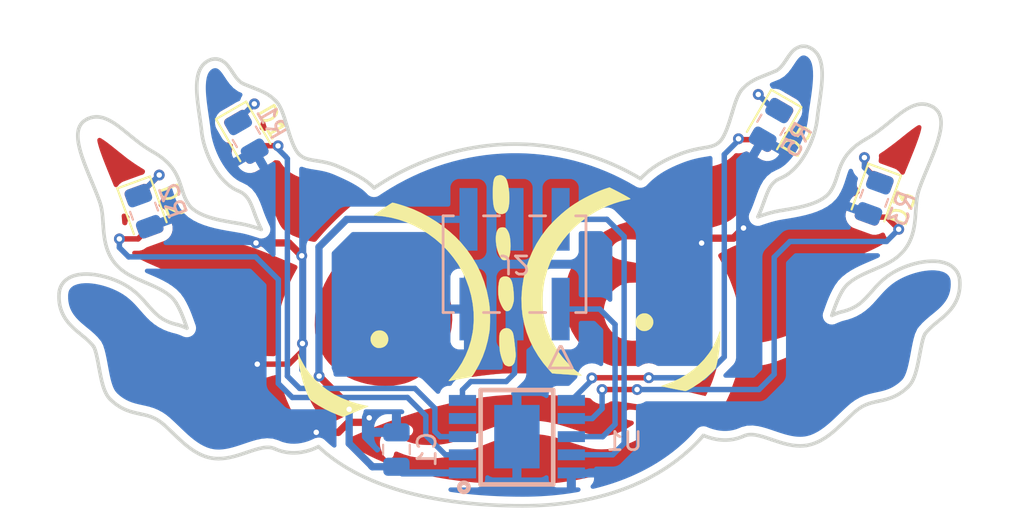
<source format=kicad_pcb>
(kicad_pcb (version 20240108) (generator "pcbnew") (generator_version "8.0")
  (layers (0 "F.Cu" signal) (31 "B.Cu" signal) (34 "B.Paste" user) (35 "F.Paste" user) (36 "B.SilkS" user "B.Silkscreen") (37 "F.SilkS" user "F.Silkscreen") (38 "B.Mask" user) (39 "F.Mask" user) (44 "Edge.Cuts" user))
  (net 0 "")
  (net 1 "GND")
  (net 2 "+3.3V")
  (net 3 "/PA5")
  (net 4 "Net-(D1-K)")
  (net 5 "Net-(D2-K)")
  (net 6 "/PA7")
  (net 7 "Net-(D3-K)")
  (net 8 "/PA1")
  (net 9 "/PF0")
  (net 10 "Net-(D5-K)")
  (net 11 "/PA6")
  (net 12 "/SWDIO")
  (net 13 "/SWCLK")
  (net 14 "/NRST")
  (footprint "LED_SMD:LED_0805_2012Metric" (layer "F.Cu") (at 119.79692 64.147835 -60)
    (property "Reference" "D1")
    (property "Value" "Green")
  )
  (footprint "LED_SMD:LED_0805_2012Metric" (layer "F.Cu") (at 154.4 67.54 -110)
    (property "Reference" "D3")
    (property "Value" "Blue")
  )
  (footprint "Footprints:Ajolote-bsidescdmx_A" (layer "F.Cu") (at 134.3 71.91)
    (property "Reference" "Ref**" (hide yes))
    (property "Value" "Val**" (hide yes))
  )
  (footprint "LED_SMD:LED_0805_2012Metric" (layer "F.Cu") (at 148.716921 63.492166 -120)
    (property "Reference" "D5")
    (property "Value" "Yellow")
  )
  (footprint "LED_SMD:LED_0805_2012Metric" (layer "F.Cu") (at 114.159356 68.249038 -70)
    (property "Reference" "D2")
    (property "Value" "Red")
  )
  (footprint "Capacitor_SMD:C_0805_2012Metric" (layer "B.Cu") (at 128.07 81.4 90)
    (property "Reference" "C1")
    (property "Value" "0.1uF")
  )
  (footprint "Footprints:B-2100N06P-B111_CKM" (layer "B.Cu") (at 137.12 73.65)
    (property "Reference" "J2")
    (property "Value" "Conn_02x03_Odd_Even")
  )
  (footprint "Resistor_SMD:R_0805_2012Metric" (layer "B.Cu") (at 119.8 64.15 120)
    (property "Reference" "R1")
    (property "Value" "330R")
  )
  (footprint "Resistor_SMD:R_0805_2012Metric" (layer "B.Cu") (at 114.16 68.25 110)
    (property "Reference" "R2")
    (property "Value" "330R")
  )
  (footprint "Resistor_SMD:R_0805_2012Metric" (layer "B.Cu") (at 148.71 63.49 60)
    (property "Reference" "R5")
    (property "Value" "330R")
  )
  (footprint "Resistor_SMD:R_0805_2012Metric" (layer "B.Cu") (at 154.4 67.54 70)
    (property "Reference" "R3")
    (property "Value" "330R")
  )
  (footprint "Footprints:PY32F002AA15M" (layer "B.Cu") (at 134.709873 80.69)
    (property "Reference" "U1")
    (property "Value" "PY32F002AA15M6TU")
  )
  (gr_curve (pts (xy 123.647551 65.46662) (xy 123.992673 65.518898) (xy 124.386607 65.581669) (xy 124.832815 65.773398)) (stroke (width 0.2)) (layer "Edge.Cuts"))
  (gr_curve (pts (xy 122.671423 65.076176) (xy 122.918944 65.341124) (xy 123.162975 65.389912) (xy 123.647551 65.46662)) (stroke (width 0.2)) (layer "Edge.Cuts"))
  (gr_curve (pts (xy 113.952686 79.438935) (xy 113.457645 79.330866) (xy 112.892895 79.212331) (xy 112.303742 78.637112)) (stroke (width 0.2)) (layer "Edge.Cuts"))
  (gr_curve (pts (xy 152.014026 67.122519) (xy 152.195289 66.836654) (xy 152.282442 66.561259) (xy 152.373084 66.268418)) (stroke (width 0.2)) (layer "Edge.Cuts"))
  (gr_curve (pts (xy 116.012963 74.516527) (xy 116.128012 74.540933) (xy 116.28489 74.600211) (xy 116.514963 74.701301)) (stroke (width 0.2)) (layer "Edge.Cuts"))
  (gr_curve (pts (xy 152.373084 66.268418) (xy 152.568307 65.637432) (xy 152.794911 64.919294) (xy 153.948813 64.270884)) (stroke (width 0.2)) (layer "Edge.Cuts"))
  (gr_curve (pts (xy 147.175301 61.468038) (xy 147.569232 61.074107) (xy 147.910867 60.941653) (xy 148.423336 60.739451)) (stroke (width 0.2)) (layer "Edge.Cuts"))
  (gr_curve (pts (xy 119.519987 68.95272) (xy 119.805851 69.001529) (xy 120.175375 69.099129) (xy 120.618118 69.256011)) (stroke (width 0.2)) (layer "Edge.Cuts"))
  (gr_curve (pts (xy 156.692378 68.248525) (xy 156.633121 69.186289) (xy 156.556416 70.357619) (xy 155.207292 71.089712)) (stroke (width 0.2)) (layer "Edge.Cuts"))
  (gr_curve (pts (xy 121.41992 62.168749) (xy 121.698805 62.451124) (xy 121.848705 62.939187) (xy 122.033479 63.559704)) (stroke (width 0.2)) (layer "Edge.Cuts"))
  (gr_curve (pts (xy 149.570259 59.87141) (xy 149.779418 59.550674) (xy 149.995554 59.222976) (xy 150.396467 59.160229)) (stroke (width 0.2)) (layer "Edge.Cuts"))
  (gr_curve (pts (xy 115.259977 80.035046) (xy 114.785849 79.616709) (xy 114.398898 79.533046) (xy 113.952686 79.438935)) (stroke (width 0.2)) (layer "Edge.Cuts"))
  (gr_curve (pts (xy 153.948813 64.270884) (xy 154.46824 63.98153) (xy 154.917941 63.608516) (xy 155.315361 63.280819)) (stroke (width 0.2)) (layer "Edge.Cuts"))
  (gr_curve (pts (xy 141.52082 66.456661) (xy 142.064653 65.884957) (xy 142.699125 65.470106) (xy 143.762386 65.072686)) (stroke (width 0.2)) (layer "Edge.Cuts"))
  (gr_curve (pts (xy 116.581199 67.826713) (xy 117.0309 68.541362) (xy 118.282421 68.747029) (xy 119.195782 68.896931)) (stroke (width 0.2)) (layer "Edge.Cuts"))
  (gr_curve (pts (xy 151.065793 59.362431) (xy 151.731651 59.895816) (xy 151.546876 61.147319) (xy 151.369085 62.35352)) (stroke (width 0.2)) (layer "Edge.Cuts"))
  (gr_curve (pts (xy 115.741061 80.484768) (xy 115.573713 80.3244) (xy 115.413366 80.171011) (xy 115.259977 80.035046)) (stroke (width 0.2)) (layer "Edge.Cuts"))
  (gr_curve (pts (xy 114.646412 64.975058) (xy 115.800314 65.62696) (xy 116.023429 66.341627) (xy 116.222119 66.972613)) (stroke (width 0.2)) (layer "Edge.Cuts"))
  (gr_curve (pts (xy 111.292777 66.662342) (xy 110.644343 65.10404) (xy 110.034274 63.636402) (xy 111.038277 63.162294)) (stroke (width 0.2)) (layer "Edge.Cuts"))
  (gr_curve (pts (xy 150.661415 81.175025) (xy 150.546366 81.192456) (xy 150.431321 81.199428) (xy 150.319783 81.199428)) (stroke (width 0.2)) (layer "Edge.Cuts"))
  (gr_curve (pts (xy 157.211809 75.008093) (xy 157.089802 75.175419) (xy 156.985225 75.747148) (xy 156.908517 76.165485)) (stroke (width 0.2)) (layer "Edge.Cuts"))
  (gr_curve (pts (xy 150.319783 81.199428) (xy 149.768971 81.199428) (xy 149.239075 81.018143) (xy 148.757992 80.854306)) (stroke (width 0.2)) (layer "Edge.Cuts"))
  (gr_curve (pts (xy 156.810916 67.265439) (xy 156.737701 67.572217) (xy 156.716785 67.899914) (xy 156.692378 68.248525)) (stroke (width 0.2)) (layer "Edge.Cuts"))
  (gr_curve (pts (xy 152.843723 79.780581) (xy 152.233654 80.369734) (xy 151.539922 81.042553) (xy 150.661415 81.175025)) (stroke (width 0.2)) (layer "Edge.Cuts"))
  (gr_curve (pts (xy 154.632098 78.734748) (xy 154.185865 78.832349) (xy 153.798914 78.912543) (xy 153.324806 79.33088)) (stroke (width 0.2)) (layer "Edge.Cuts"))
  (gr_curve (pts (xy 146.561742 62.859013) (xy 146.746517 62.238475) (xy 146.892926 61.750413) (xy 147.175301 61.468038)) (stroke (width 0.2)) (layer "Edge.Cuts"))
  (gr_curve (pts (xy 151.369085 62.35352) (xy 151.323765 62.642853) (xy 151.285422 62.91827) (xy 151.264505 63.137895)) (stroke (width 0.2)) (layer "Edge.Cuts"))
  (gr_curve (pts (xy 114.231565 72.184351) (xy 113.9457 72.062323) (xy 113.65286 71.93683) (xy 113.387933 71.793885)) (stroke (width 0.2)) (layer "Edge.Cuts"))
  (gr_curve (pts (xy 156.281021 77.932946) (xy 155.691868 78.50814) (xy 155.130608 78.630168) (xy 154.632098 78.734748)) (stroke (width 0.2)) (layer "Edge.Cuts"))
  (gr_curve (pts (xy 151.264505 63.137895) (xy 151.166904 64.218582) (xy 150.403446 65.965127) (xy 149.228627 66.435741)) (stroke (width 0.2)) (layer "Edge.Cuts"))
  (gr_curve (pts (xy 135.022732 84.50426) (xy 129.915574 84.50426) (xy 126.039019 83.378254) (xy 123.773048 81.241265)) (stroke (width 0.2)) (layer "Edge.Cuts"))
  (gr_curve (pts (xy 119.366594 67.136453) (xy 118.191775 66.665835) (xy 117.428317 64.91929) (xy 117.330716 63.838607)) (stroke (width 0.2)) (layer "Edge.Cuts"))
  (gr_curve (pts (xy 117.923348 81.879212) (xy 117.044862 81.74674) (xy 116.35113 81.07739) (xy 115.741061 80.484768)) (stroke (width 0.2)) (layer "Edge.Cuts"))
  (gr_curve (pts (xy 116.521942 74.697812) (xy 116.501026 74.638555) (xy 116.480109 74.575805) (xy 116.459196 74.516527)) (stroke (width 0.2)) (layer "Edge.Cuts"))
  (gr_curve (pts (xy 158.505159 71.187313) (xy 158.867711 71.365101) (xy 159.083846 71.678861) (xy 159.115232 72.062323)) (stroke (width 0.2)) (layer "Edge.Cuts"))
  (gr_curve (pts (xy 157.888114 74.35619) (xy 157.630145 74.568839) (xy 157.389604 74.767548) (xy 157.211809 75.008093)) (stroke (width 0.2)) (layer "Edge.Cuts"))
  (gr_curve (pts (xy 113.387933 71.793885) (xy 112.042277 71.061809) (xy 111.965593 69.893973) (xy 111.902847 68.95272)) (stroke (width 0.2)) (layer "Edge.Cuts"))
  (gr_curve (pts (xy 148.9567 60.523312) (xy 149.211179 60.418733) (xy 149.392464 60.139826) (xy 149.570259 59.87141)) (stroke (width 0.2)) (layer "Edge.Cuts"))
  (gr_curve (pts (xy 145.923777 64.375464) (xy 146.192215 64.08611) (xy 146.397906 63.406315) (xy 146.561742 62.859013)) (stroke (width 0.2)) (layer "Edge.Cuts"))
  (gr_line (start 116.514963 74.701301) (end 116.521942 74.697812) (stroke (width 0.2)) (layer "Edge.Cuts"))
  (gr_curve (pts (xy 111.784308 67.969633) (xy 111.707624 67.659366) (xy 111.505423 67.17479) (xy 111.292777 66.662342)) (stroke (width 0.2)) (layer "Edge.Cuts"))
  (gr_curve (pts (xy 110.696649 75.063846) (xy 110.110986 74.586249) (xy 109.385868 73.990138) (xy 109.48 72.77)) (stroke (width 0.2)) (layer "Edge.Cuts"))
  (gr_curve (pts (xy 121.360667 81.356313) (xy 120.956267 81.171539) (xy 120.433351 81.352827) (xy 119.826771 81.558494)) (stroke (width 0.2)) (layer "Edge.Cuts"))
  (gr_curve (pts (xy 143.762386 65.072686) (xy 144.219087 64.90536) (xy 144.602549 64.821676) (xy 144.94767 64.765908)) (stroke (width 0.2)) (layer "Edge.Cuts"))
  (gr_curve (pts (xy 144.94767 64.765908) (xy 145.432243 64.689224) (xy 145.676277 64.640412) (xy 145.923777 64.375464)) (stroke (width 0.2)) (layer "Edge.Cuts"))
  (gr_curve (pts (xy 157.556927 62.4581) (xy 158.560926 62.932208) (xy 157.950857 64.403356) (xy 157.302448 65.958148)) (stroke (width 0.2)) (layer "Edge.Cuts"))
  (gr_curve (pts (xy 153.324806 79.33088) (xy 153.167928 79.466821) (xy 153.011049 79.620213) (xy 152.843723 79.780581)) (stroke (width 0.2)) (layer "Edge.Cuts"))
  (gr_curve (pts (xy 119.024962 60.572101) (xy 119.202758 60.840538) (xy 119.384021 61.115955) (xy 119.638521 61.224024)) (stroke (width 0.2)) (layer "Edge.Cuts"))
  (gr_curve (pts (xy 152.665925 72.613142) (xy 152.407956 73.045416) (xy 152.268505 73.435861) (xy 152.136029 73.812364)) (stroke (width 0.2)) (layer "Edge.Cuts"))
  (gr_curve (pts (xy 117.330716 63.838607) (xy 117.3098 63.618982) (xy 117.267949 63.343565) (xy 117.226116 63.054232)) (stroke (width 0.2)) (layer "Edge.Cuts"))
  (gr_curve (pts (xy 144.041299 81.572452) (xy 141.838074 83.489813) (xy 138.718002 84.50426) (xy 135.022732 84.50426)) (stroke (width 0.2)) (layer "Edge.Cuts"))
  (gr_curve (pts (xy 157.302448 65.958148) (xy 157.089798 66.470616) (xy 156.8876 66.955193) (xy 156.810916 67.265439)) (stroke (width 0.2)) (layer "Edge.Cuts"))
  (gr_curve (pts (xy 118.198754 59.860941) (xy 118.599643 59.923688) (xy 118.815782 60.254872) (xy 119.024962 60.572101)) (stroke (width 0.2)) (layer "Edge.Cuts"))
  (gr_curve (pts (xy 112.303742 78.637112) (xy 111.934215 78.281543) (xy 111.808722 77.594769) (xy 111.676246 76.869651)) (stroke (width 0.2)) (layer "Edge.Cuts"))
  (gr_curve (pts (xy 117.529407 60.063142) (xy 117.790866 59.850493) (xy 118.038386 59.836538) (xy 118.198754 59.860941)) (stroke (width 0.2)) (layer "Edge.Cuts"))
  (gr_curve (pts (xy 159.115232 72.062323) (xy 159.209364 73.282461) (xy 158.480756 73.878593) (xy 157.888114 74.35619)) (stroke (width 0.2)) (layer "Edge.Cuts"))
  (gr_curve (pts (xy 117.226116 63.054232) (xy 117.048342 61.844541) (xy 116.867057 60.596507) (xy 117.529407 60.063142)) (stroke (width 0.2)) (layer "Edge.Cuts"))
  (gr_curve (pts (xy 126.833839 66.96913) (xy 126.903564 66.923811) (xy 126.9698 66.881977) (xy 127.03604 66.836658)) (stroke (width 0.2)) (layer "Edge.Cuts"))
  (gr_curve (pts (xy 148.329204 67.722116) (xy 148.235072 67.983574) (xy 148.133982 68.272928) (xy 147.99453 68.558789)) (stroke (width 0.2)) (layer "Edge.Cuts"))
  (gr_curve (pts (xy 116.222119 66.972613) (xy 116.312762 67.261942) (xy 116.399915 67.537359) (xy 116.581199 67.826713)) (stroke (width 0.2)) (layer "Edge.Cuts"))
  (gr_curve (pts (xy 149.075238 68.248522) (xy 149.176328 68.227605) (xy 149.287887 68.210178) (xy 149.399443 68.192755)) (stroke (width 0.2)) (layer "Edge.Cuts"))
  (gr_curve (pts (xy 155.297934 71.724188) (xy 156.186889 71.141993) (xy 157.664996 70.772466) (xy 158.505159 71.187313)) (stroke (width 0.2)) (layer "Edge.Cuts"))
  (gr_curve (pts (xy 144.993 80.62073) (xy 144.703646 80.955404) (xy 144.38642 81.272633) (xy 144.041299 81.572452)) (stroke (width 0.2)) (layer "Edge.Cuts"))
  (gr_curve (pts (xy 111.902847 68.95272) (xy 111.88193 68.604109) (xy 111.861013 68.272925) (xy 111.784308 67.969633)) (stroke (width 0.2)) (layer "Edge.Cuts"))
  (gr_curve (pts (xy 120.266018 68.422827) (xy 120.025476 67.732585) (xy 119.861618 67.335161) (xy 119.366594 67.136453)) (stroke (width 0.2)) (layer "Edge.Cuts"))
  (gr_curve (pts (xy 148.757992 80.854306) (xy 148.151412 80.645126) (xy 147.628496 80.467331) (xy 147.224117 80.652105)) (stroke (width 0.2)) (layer "Edge.Cuts"))
  (gr_curve (pts (xy 152.582261 73.808874) (xy 153.453789 73.613652) (xy 153.80589 73.205784) (xy 154.255591 72.693316)) (stroke (width 0.2)) (layer "Edge.Cuts"))
  (gr_curve (pts (xy 122.033479 63.559704) (xy 122.197316 64.107027) (xy 122.403007 64.790311) (xy 122.671423 65.076176)) (stroke (width 0.2)) (layer "Edge.Cuts"))
  (gr_curve (pts (xy 111.676246 76.869651) (xy 111.599562 76.451335) (xy 111.494961 75.879606) (xy 111.372954 75.71228)) (stroke (width 0.2)) (layer "Edge.Cuts"))
  (gr_curve (pts (xy 155.207292 71.089712) (xy 154.942344 71.232632) (xy 154.646032 71.358129) (xy 154.36366 71.480156)) (stroke (width 0.2)) (layer "Edge.Cuts"))
  (gr_curve (pts (xy 113.297294 72.431837) (xy 113.750485 72.72468) (xy 114.064242 73.083739) (xy 114.339637 73.400986)) (stroke (width 0.2)) (layer "Edge.Cuts"))
  (gr_curve (pts (xy 149.399443 68.192755) (xy 150.312804 68.042855) (xy 151.564303 67.837164) (xy 152.014026 67.122519)) (stroke (width 0.2)) (layer "Edge.Cuts"))
  (gr_curve (pts (xy 119.826771 81.558494) (xy 119.345688 81.722351) (xy 118.812324 81.903615) (xy 118.265001 81.903615)) (stroke (width 0.2)) (layer "Edge.Cuts"))
  (gr_curve (pts (xy 114.339637 73.400986) (xy 114.789335 73.916926) (xy 115.141436 74.321305) (xy 116.012963 74.516527)) (stroke (width 0.2)) (layer "Edge.Cuts"))
  (gr_curve (pts (xy 127.03604 66.836658) (xy 131.547066 63.883912) (xy 137.128332 63.828145) (xy 141.52082 66.456661)) (stroke (width 0.2)) (layer "Edge.Cuts"))
  (gr_curve (pts (xy 119.195782 68.896931) (xy 119.307341 68.917848) (xy 119.415407 68.935296) (xy 119.519987 68.95272)) (stroke (width 0.2)) (layer "Edge.Cuts"))
  (gr_curve (pts (xy 147.224117 80.652105) (xy 146.338631 81.056483) (xy 145.49151 80.836858) (xy 144.993 80.62073)) (stroke (width 0.2)) (layer "Edge.Cuts"))
  (gr_curve (pts (xy 120.618118 69.256011) (xy 120.485646 68.977126) (xy 120.35666 68.677306) (xy 120.266018 68.422827)) (stroke (width 0.2)) (layer "Edge.Cuts"))
  (gr_curve (pts (xy 111.372954 75.71228) (xy 111.198649 75.475207) (xy 110.954618 75.273027) (xy 110.696649 75.063846)) (stroke (width 0.2)) (layer "Edge.Cuts"))
  (gr_curve (pts (xy 124.832815 65.773398) (xy 125.610231 66.10805) (xy 126.384137 66.474109) (xy 126.833839 66.96913)) (stroke (width 0.2)) (layer "Edge.Cuts"))
  (gr_curve (pts (xy 156.908517 76.165485) (xy 156.772555 76.890603) (xy 156.647059 77.573866) (xy 156.281021 77.932946)) (stroke (width 0.2)) (layer "Edge.Cuts"))
  (gr_curve (pts (xy 123.773048 81.241265) (xy 123.319857 81.471337) (xy 122.364666 81.816459) (xy 121.360667 81.356313)) (stroke (width 0.2)) (layer "Edge.Cuts"))
  (gr_curve (pts (xy 150.396467 59.160229) (xy 150.556835 59.135823) (xy 150.804335 59.149782) (xy 151.065793 59.362431)) (stroke (width 0.2)) (layer "Edge.Cuts"))
  (gr_curve (pts (xy 152.069793 74.000607) (xy 152.306845 73.896027) (xy 152.467213 73.833281) (xy 152.582261 73.808874)) (stroke (width 0.2)) (layer "Edge.Cuts"))
  (gr_curve (pts (xy 152.136029 73.812364) (xy 152.115112 73.875111) (xy 152.090709 73.937861) (xy 152.069793 74.000607)) (stroke (width 0.2)) (layer "Edge.Cuts"))
  (gr_curve (pts (xy 115.9293 73.317336) (xy 115.601606 72.770014) (xy 114.904384 72.473684) (xy 114.231565 72.184351)) (stroke (width 0.2)) (layer "Edge.Cuts"))
  (gr_curve (pts (xy 119.638521 61.224024) (xy 119.844191 61.311177) (xy 120.018497 61.380882) (xy 120.171886 61.440163)) (stroke (width 0.2)) (layer "Edge.Cuts"))
  (gr_curve (pts (xy 113.279863 63.985013) (xy 113.677263 64.312707) (xy 114.126985 64.682235) (xy 114.646412 64.975058)) (stroke (width 0.2)) (layer "Edge.Cuts"))
  (gr_curve (pts (xy 154.255591 72.693316) (xy 154.534476 72.37609) (xy 154.844743 72.0205) (xy 155.297934 71.724188)) (stroke (width 0.2)) (layer "Edge.Cuts"))
  (gr_curve (pts (xy 147.99453 68.558789) (xy 148.416356 68.41238) (xy 148.796332 68.297331) (xy 149.075238 68.248522)) (stroke (width 0.2)) (layer "Edge.Cuts"))
  (gr_curve (pts (xy 109.48 72.77) (xy 109.507896 72.386514) (xy 109.727521 72.072778) (xy 110.090069 71.894983)) (stroke (width 0.2)) (layer "Edge.Cuts"))
  (gr_curve (pts (xy 155.315361 63.280819) (xy 156.061392 62.66377) (xy 156.765594 62.085086) (xy 157.556927 62.4581)) (stroke (width 0.2)) (layer "Edge.Cuts"))
  (gr_curve (pts (xy 154.36366 71.480156) (xy 153.690844 71.769511) (xy 152.993622 72.069309) (xy 152.665925 72.613142)) (stroke (width 0.2)) (layer "Edge.Cuts"))
  (gr_curve (pts (xy 118.265001 81.903615) (xy 118.149952 81.903615) (xy 118.038397 81.896643) (xy 117.923348 81.879212)) (stroke (width 0.2)) (layer "Edge.Cuts"))
  (gr_curve (pts (xy 120.171886 61.440163) (xy 120.687844 61.642343) (xy 121.025986 61.774816) (xy 121.41992 62.168749)) (stroke (width 0.2)) (layer "Edge.Cuts"))
  (gr_curve (pts (xy 110.090069 71.894983) (xy 110.930211 71.483625) (xy 112.408343 71.853149) (xy 113.297294 72.431837)) (stroke (width 0.2)) (layer "Edge.Cuts"))
  (gr_curve (pts (xy 148.423336 60.739451) (xy 148.576724 60.676705) (xy 148.75103 60.610465) (xy 148.9567 60.523312)) (stroke (width 0.2)) (layer "Edge.Cuts"))
  (gr_curve (pts (xy 149.228627 66.435741) (xy 148.733585 66.634453) (xy 148.573238 67.031873) (xy 148.329204 67.722116)) (stroke (width 0.2)) (layer "Edge.Cuts"))
  (gr_curve (pts (xy 111.038277 63.162294) (xy 111.829631 62.792767) (xy 112.533832 63.371454) (xy 113.279863 63.985013)) (stroke (width 0.2)) (layer "Edge.Cuts"))
  (gr_curve (pts (xy 116.459196 74.516527) (xy 116.323234 74.136562) (xy 116.187269 73.746121) (xy 115.9293 73.317336)) (stroke (width 0.2)) (layer "Edge.Cuts"))
  (segment (start 122.142969 70.002969) (end 120.33074 70.002969) (width 0.4) (layer "F.Cu") (net 1))
  (segment (start 145.16 69.74) (end 146.64 69.74) (width 0.4) (layer "F.Cu") (net 1))
  (segment (start 122.85 70.71) (end 122.142969 70.002969) (width 0.4) (layer "F.Cu") (net 1))
  (segment (start 122.89 75.95) (end 122.89 75.55) (width 0.3) (layer "F.Cu") (net 1))
  (segment (start 144.89 70.01) (end 145.16 69.74) (width 0.4) (layer "F.Cu") (net 1))
  (segment (start 146.64 69.74) (end 147.2 69.18) (width 0.4) (layer "F.Cu") (net 1))
  (segment (start 125.422168 79.9) (end 124.871512 80.450656) (width 0.4) (layer "F.Cu") (net 1))
  (segment (start 126.57 79.65) (end 126.32 79.9) (width 0.4) (layer "F.Cu") (net 1))
  (segment (start 124.871512 80.450656) (end 123.650826 80.450656) (width 0.4) (layer "F.Cu") (net 1))
  (segment (start 122.15 76.69) (end 122.89 75.95) (width 0.3) (layer "F.Cu") (net 1))
  (segment (start 126.32 79.9) (end 125.422168 79.9) (width 0.4) (layer "F.Cu") (net 1))
  (segment (start 120.4 76.69) (end 122.15 76.69) (width 0.3) (layer "F.Cu") (net 1))
  (via (at 120.33074 70.002969) (size 0.6) (drill 0.3) (layers "F.Cu" "B.Cu") (net 1))
  (via (at 123.650826 80.450656) (size 0.6) (drill 0.3) (layers "F.Cu" "B.Cu") (net 1))
  (via (at 126.57 79.65) (size 0.6) (drill 0.3) (layers "F.Cu" "B.Cu") (net 1))
  (via (at 120.4 76.69) (size 0.6) (drill 0.3) (layers "F.Cu" "B.Cu") (net 1))
  (via (at 122.85 70.71) (size 0.6) (drill 0.3) (layers "F.Cu" "B.Cu") (net 1))
  (via (at 147.2 69.18) (size 0.6) (drill 0.3) (layers "F.Cu" "B.Cu") (net 1))
  (via (at 122.89 75.55) (size 0.6) (drill 0.3) (layers "F.Cu" "B.Cu") (net 1))
  (via (at 144.89 70.01) (size 0.6) (drill 0.3) (layers "F.Cu" "B.Cu") (net 1))
  (segment (start 125.465 79.18) (end 125.465 79.005) (width 0.4) (layer "F.Cu") (net 2))
  (segment (start 125.465 79.005) (end 123.81 77.35) (width 0.4) (layer "F.Cu") (net 2))
  (via (at 123.81 77.35) (size 0.6) (drill 0.3) (layers "F.Cu" "B.Cu") (net 2))
  (via (at 125.465 79.18) (size 0.6) (drill 0.3) (layers "F.Cu" "B.Cu") (net 2))
  (segment (start 125.465 81.065) (end 126.69 82.29) (width 0.4) (layer "B.Cu") (net 2))
  (segment (start 128.07 82.35) (end 128.409996 82.689996) (width 0.4) (layer "B.Cu") (net 2))
  (segment (start 123.8 77.34) (end 123.8 70.23) (width 0.4) (layer "B.Cu") (net 2))
  (segment (start 125.465 79.18) (end 125.465 81.065) (width 0.4) (layer "B.Cu") (net 2))
  (segment (start 123.8 70.23) (end 125.329999 68.700001) (width 0.4) (layer "B.Cu") (net 2))
  (segment (start 128.409996 82.689996) (end 131.710006 82.689996) (width 0.4) (layer "B.Cu") (net 2))
  (segment (start 123.81 77.35) (end 123.8 77.34) (width 0.4) (layer "B.Cu") (net 2))
  (segment (start 125.329999 68.700001) (end 132.04 68.700001) (width 0.4) (layer "B.Cu") (net 2))
  (segment (start 126.69 82.29) (end 126.69 82.29771) (width 0.4) (layer "B.Cu") (net 2))
  (segment (start 126.74229 82.35) (end 128.07 82.35) (width 0.4) (layer "B.Cu") (net 2))
  (segment (start 126.69 82.29771) (end 126.74229 82.35) (width 0.4) (layer "B.Cu") (net 2))
  (segment (start 121.5455 64.64557) (end 121.53993 64.64) (width 0.3) (layer "F.Cu") (net 3))
  (segment (start 120.585404 64.64) (end 120.265671 64.959733) (width 0.3) (layer "F.Cu") (net 3))
  (segment (start 121.53993 64.64) (end 120.585404 64.64) (width 0.3) (layer "F.Cu") (net 3))
  (via (at 121.5455 64.64557) (size 0.6) (drill 0.3) (layers "F.Cu" "B.Cu") (net 3))
  (segment (start 122.06 77.35) (end 122.74 78.03) (width 0.3) (layer "B.Cu") (net 3))
  (segment (start 122.06 65.355102) (end 122.06 77.35) (width 0.3) (layer "B.Cu") (net 3))
  (segment (start 130.19 80.402894) (end 130.477106 80.69) (width 0.3) (layer "B.Cu") (net 3))
  (segment (start 130.19 79.13) (end 130.19 80.402894) (width 0.3) (layer "B.Cu") (net 3))
  (segment (start 130.477106 80.69) (end 131.710006 80.69) (width 0.3) (layer "B.Cu") (net 3))
  (segment (start 121.963715 65.237198) (end 122.06 65.355102) (width 0.3) (layer "B.Cu") (net 3))
  (segment (start 122.74 78.03) (end 129.09 78.03) (width 0.3) (layer "B.Cu") (net 3))
  (segment (start 121.5455 64.64557) (end 121.5455 64.818983) (width 0.3) (layer "B.Cu") (net 3))
  (segment (start 121.5455 64.818983) (end 121.963715 65.237198) (width 0.3) (layer "B.Cu") (net 3))
  (segment (start 129.09 78.03) (end 130.19 79.13) (width 0.3) (layer "B.Cu") (net 3))
  (segment (start 120.238477 62.330632) (end 120.238477 62.331523) (width 0.3) (layer "F.Cu") (net 4))
  (segment (start 120.238477 62.331523) (end 119.328169 63.241831) (width 0.3) (layer "F.Cu") (net 4))
  (segment (start 119.328169 63.241831) (end 119.328169 63.335937) (width 0.3) (layer "F.Cu") (net 4))
  (via (at 120.238477 62.330632) (size 0.6) (drill 0.3) (layers "F.Cu" "B.Cu") (net 4))
  (segment (start 119.34375 63.225359) (end 120.238477 62.330632) (width 0.3) (layer "B.Cu") (net 4))
  (segment (start 119.34375 63.359752) (end 119.34375 63.225359) (width 0.3) (layer "B.Cu") (net 4))
  (segment (start 113.891924 67.368076) (end 113.838712 67.368076) (width 0.3) (layer "F.Cu") (net 5))
  (segment (start 114.997493 66.262507) (end 113.891924 67.368076) (width 0.3) (layer "F.Cu") (net 5))
  (segment (start 114.997493 66.255847) (end 114.997493 66.262507) (width 0.3) (layer "F.Cu") (net 5))
  (via (at 114.997493 66.255847) (size 0.6) (drill 0.3) (layers "F.Cu" "B.Cu") (net 5))
  (segment (start 113.86081 67.39253) (end 114.997493 66.255847) (width 0.3) (layer "B.Cu") (net 5))
  (segment (start 113.847908 67.39253) (end 113.86081 67.39253) (width 0.3) (layer "B.Cu") (net 5))
  (segment (start 155.085557 68.58) (end 154.238394 68.58) (width 0.3) (layer "F.Cu") (net 6))
  (segment (start 154.238394 68.58) (end 154.079356 68.420962) (width 0.3) (layer "F.Cu") (net 6))
  (segment (start 155.753262 69.247705) (end 155.085557 68.58) (width 0.3) (layer "F.Cu") (net 6))
  (segment (start 141.333015 78.09) (end 139.405687 78.09) (width 0.3) (layer "F.Cu") (net 6))
  (via (at 139.405687 78.09) (size 0.6) (drill 0.3) (layers "F.Cu" "B.Cu") (net 6))
  (via (at 141.333015 78.09) (size 0.6) (drill 0.3) (layers "F.Cu" "B.Cu") (net 6))
  (via (at 155.753262 69.247705) (size 0.6) (drill 0.3) (layers "F.Cu" "B.Cu") (net 6))
  (segment (start 139.405687 79.144313) (end 138.859998 79.690002) (width 0.3) (layer "B.Cu") (net 6))
  (segment (start 155.753262 69.247705) (end 155.080967 69.92) (width 0.3) (layer "B.Cu") (net 6))
  (segment (start 155.080967 69.92) (end 149.76 69.92) (width 0.3) (layer "B.Cu") (net 6))
  (segment (start 138.859998 79.690002) (end 137.709994 79.690002) (width 0.3) (layer "B.Cu") (net 6))
  (segment (start 148.05 78.09) (end 141.333015 78.09) (width 0.3) (layer "B.Cu") (net 6))
  (segment (start 139.405687 78.09) (end 139.405687 79.144313) (width 0.3) (layer "B.Cu") (net 6))
  (segment (start 149.76 69.92) (end 148.89 70.79) (width 0.3) (layer "B.Cu") (net 6))
  (segment (start 148.89 77.25) (end 148.05 78.09) (width 0.3) (layer "B.Cu") (net 6))
  (segment (start 148.89 70.79) (end 148.89 77.25) (width 0.3) (layer "B.Cu") (net 6))
  (segment (start 153.9 65.838394) (end 153.9 65.328844) (width 0.3) (layer "F.Cu") (net 7))
  (segment (start 153.9 65.328844) (end 153.863331 65.292175) (width 0.3) (layer "F.Cu") (net 7))
  (segment (start 154.720644 66.659038) (end 153.9 65.838394) (width 0.3) (layer "F.Cu") (net 7))
  (via (at 153.863331 65.292175) (size 0.6) (drill 0.3) (layers "F.Cu" "B.Cu") (net 7))
  (segment (start 153.863331 65.292175) (end 153.863331 65.833769) (width 0.3) (layer "B.Cu") (net 7))
  (segment (start 153.863331 65.833769) (end 154.712092 66.68253) (width 0.3) (layer "B.Cu") (net 7))
  (segment (start 131.710006 78.690004) (end 131.710006 78.109994) (width 0.3) (layer "B.Cu") (net 8))
  (segment (start 134.58 77.19) (end 134.58 73.65) (width 0.3) (layer "B.Cu") (net 8))
  (segment (start 132.17 77.65) (end 134.12 77.65) (width 0.3) (layer "B.Cu") (net 8))
  (segment (start 131.710006 78.109994) (end 132.17 77.65) (width 0.3) (layer "B.Cu") (net 8))
  (segment (start 134.12 77.65) (end 134.58 77.19) (width 0.3) (layer "B.Cu") (net 8))
  (segment (start 112.800812 69.779333) (end 113.830667 69.779333) (width 0.3) (layer "F.Cu") (net 9))
  (segment (start 113.830667 69.779333) (end 114.48 69.13) (width 0.3) (layer "F.Cu") (net 9))
  (via (at 112.800812 69.779333) (size 0.6) (drill 0.3) (layers "F.Cu" "B.Cu") (net 9))
  (segment (start 120.31 70.77) (end 113.31 70.77) (width 0.3) (layer "B.Cu") (net 9))
  (segment (start 129.69 80.610001) (end 129.69 79.54) (width 0.3) (layer "B.Cu") (net 9))
  (segment (start 121.56 77.757107) (end 121.56 72.02) (width 0.3) (layer "B.Cu") (net 9))
  (segment (start 130.769997 81.689998) (end 129.69 80.610001) (width 0.3) (layer "B.Cu") (net 9))
  (segment (start 129.69 79.54) (end 128.68 78.53) (width 0.3) (layer "B.Cu") (net 9))
  (segment (start 122.332893 78.53) (end 121.56 77.757107) (width 0.3) (layer "B.Cu") (net 9))
  (segment (start 113.31 70.77) (end 112.800812 70.260812) (width 0.3) (layer "B.Cu") (net 9))
  (segment (start 131.710006 81.689998) (end 130.769997 81.689998) (width 0.3) (layer "B.Cu") (net 9))
  (segment (start 112.800812 70.260812) (end 112.800812 69.779333) (width 0.3) (layer "B.Cu") (net 9))
  (segment (start 121.56 72.02) (end 120.31 70.77) (width 0.3) (layer "B.Cu") (net 9))
  (segment (start 128.68 78.53) (end 122.332893 78.53) (width 0.3) (layer "B.Cu") (net 9))
  (segment (start 148.88351 62.680267) (end 149.185671 62.680267) (width 0.3) (layer "F.Cu") (net 10))
  (segment (start 148.013612 61.810369) (end 148.88351 62.680267) (width 0.3) (layer "F.Cu") (net 10))
  (via (at 148.013612 61.810369) (size 0.6) (drill 0.3) (layers "F.Cu" "B.Cu") (net 10))
  (segment (start 148.902995 62.699752) (end 149.16625 62.699752) (width 0.3) (layer "B.Cu") (net 10))
  (segment (start 148.013612 61.810369) (end 148.902995 62.699752) (width 0.3) (layer "B.Cu") (net 10))
  (segment (start 146.921878 64.255653) (end 146.97029 64.304065) (width 0.3) (layer "F.Cu") (net 11))
  (segment (start 141.98 77.44) (end 138.85 77.44) (width 0.3) (layer "F.Cu") (net 11))
  (segment (start 146.97029 64.304065) (end 148.248171 64.304065) (width 0.3) (layer "F.Cu") (net 11))
  (segment (start 138.85 77.44) (end 138.84 77.45) (width 0.3) (layer "F.Cu") (net 11))
  (via (at 141.98 77.44) (size 0.6) (drill 0.3) (layers "F.Cu" "B.Cu") (net 11))
  (via (at 146.921878 64.255653) (size 0.6) (drill 0.3) (layers "F.Cu" "B.Cu") (net 11))
  (via (at 138.84 77.45) (size 0.6) (drill 0.3) (layers "F.Cu" "B.Cu") (net 11))
  (segment (start 138.84 77.45) (end 138.84 77.559998) (width 0.3) (layer "B.Cu") (net 11))
  (segment (start 146.921878 64.255653) (end 146.921878 64.341565) (width 0.3) (layer "B.Cu") (net 11))
  (segment (start 146.14 65.123443) (end 146.14 76.29) (width 0.3) (layer "B.Cu") (net 11))
  (segment (start 146.14 76.29) (end 144.99 77.44) (width 0.3) (layer "B.Cu") (net 11))
  (segment (start 138.84 77.559998) (end 137.709994 78.690004) (width 0.3) (layer "B.Cu") (net 11))
  (segment (start 144.99 77.44) (end 141.98 77.44) (width 0.3) (layer "B.Cu") (net 11))
  (segment (start 146.921878 64.341565) (end 146.14 65.123443) (width 0.3) (layer "B.Cu") (net 11))
  (segment (start 139.27 73.65) (end 137.12 73.65) (width 0.3) (layer "B.Cu") (net 12))
  (segment (start 140.12 80.01) (end 140.12 74.5) (width 0.3) (layer "B.Cu") (net 12))
  (segment (start 140.12 74.5) (end 139.27 73.65) (width 0.3) (layer "B.Cu") (net 12))
  (segment (start 137.709994 80.69) (end 139.44 80.69) (width 0.3) (layer "B.Cu") (net 12))
  (segment (start 139.44 80.69) (end 140.12 80.01) (width 0.3) (layer "B.Cu") (net 12))
  (segment (start 139.670001 68.700001) (end 137.12 68.700001) (width 0.3) (layer "B.Cu") (net 13))
  (segment (start 137.709994 81.689998) (end 139.990002 81.689998) (width 0.3) (layer "B.Cu") (net 13))
  (segment (start 139.990002 81.689998) (end 140.62 81.06) (width 0.3) (layer "B.Cu") (net 13))
  (segment (start 140.62 81.06) (end 140.62 69.65) (width 0.3) (layer "B.Cu") (net 13))
  (segment (start 140.62 69.65) (end 139.670001 68.700001) (width 0.3) (layer "B.Cu") (net 13))
  (zone (net 1) (net_name "GND") (layer "F.Cu") (connect_pads (clearance 0.5)) (min_thickness 0.25) (fill yes (thermal_gap 0.5) (thermal_bridge_width 0.5) (island_removal_mode 1) (island_area_min 10))
    (polygon (pts (xy 118.27 61.39) (xy 118.42 61.59) (xy 118.48 61.66) (xy 118.57 61.76) (xy 118.68 61.87) (xy 118.78 61.96) (xy 118.87 62.03) (xy 119 62.12) (xy 119.16 62.2) (xy 119.25 62.24) (xy 119.46 62.33) (xy 119.56 62.37) (xy 119.78 62.46) (xy 119.88 62.5) (xy 120.05 62.57) (xy 120.12 62.6) (xy 120.23 62.65) (xy 120.33 62.7) (xy 120.41 62.75) (xy 120.5 62.81) (xy 120.56 62.86) (xy 120.64 62.94) (xy 120.68 62.99) (xy 120.72 63.06) (xy 120.76 63.15) (xy 120.81 63.28) (xy 120.88 63.49) (xy 120.92 63.62) (xy 120.94 63.68) (xy 120.97 63.78) (xy 120.98 63.81) (xy 121.02 63.94) (xy 121.07 64.1) (xy 121.14 64.32) (xy 121.17 64.41) (xy 121.29 64.75) (xy 121.32 64.83) (xy 121.38 64.98) (xy 121.41 65.05) (xy 121.45 65.14) (xy 121.5 65.24) (xy 121.56 65.35) (xy 121.61 65.44) (xy 121.66 65.52) (xy 121.76 65.67) (xy 121.8 65.72) (xy 121.86 65.79) (xy 121.91 65.85) (xy 121.95 65.89) (xy 122.07 66) (xy 122.19 66.09) (xy 122.26 66.14) (xy 122.31 66.17) (xy 122.38 66.21) (xy 122.49 66.27) (xy 122.6 66.32) (xy 122.75 66.38) (xy 122.82 66.4) (xy 122.92 66.43) (xy 123.08 66.47) (xy 123.28 66.51) (xy 123.5 66.55) (xy 123.62 66.57) (xy 123.73 66.59) (xy 123.83 66.61) (xy 123.92 66.63) (xy 124.04 66.66) (xy 124.21 66.71) (xy 124.4 66.78) (xy 124.52 66.83) (xy 124.59 66.86) (xy 124.68 66.9) (xy 124.9 67) (xy 125.07 67.08) (xy 125.28 67.19) (xy 125.37 67.24) (xy 125.51 67.32) (xy 125.66 67.41) (xy 125.81 67.51) (xy 125.89 67.57) (xy 125.95 67.62) (xy 125.95 67.65) (xy 125.85 67.74) (xy 125.75 67.82) (xy 125.58 67.96) (xy 125.46 68.06) (xy 125.3 68.2) (xy 125.1 68.38) (xy 124.94 68.53) (xy 124.77 68.69) (xy 124.49 68.97) (xy 124.25 69.22) (xy 124.03 69.46) (xy 123.81 69.71) (xy 123.67 69.88) (xy 123.61 69.93) (xy 123.55 69.95) (xy 123.39 69.92) (xy 123.22 69.88) (xy 122.95 69.81) (xy 122.73 69.74) (xy 122.58 69.69) (xy 122.44 69.63) (xy 122.34 69.59) (xy 122.27 69.55) (xy 122.12 69.47) (xy 122.02 69.4) (xy 121.95 69.35) (xy 121.92 69.33) (xy 121.79 69.21) (xy 121.73 69.13) (xy 121.66 69.02) (xy 121.62 68.95) (xy 121.57 68.85) (xy 121.47 68.63) (xy 121.41 68.49) (xy 121.35 68.34) (xy 121.15 67.79) (xy 121.07 67.59) (xy 121.02 67.47) (xy 120.91 67.25) (xy 120.81 67.08) (xy 120.72 66.94) (xy 120.57 66.75) (xy 120.48 66.65) (xy 120.35 66.53) (xy 120.26 66.46) (xy 120.19 66.41) (xy 120.14 66.38) (xy 120.06 66.33) (xy 119.95 66.27) (xy 119.69 66.14) (xy 119.58 66.08) (xy 119.5 66.02) (xy 119.38 65.91) (xy 119.32 65.84) (xy 119.16 65.66) (xy 119.02 65.46) (xy 118.99 65.42) (xy 118.83 65.14) (xy 118.79 65.06) (xy 118.72 64.91) (xy 118.71 64.89) (xy 118.66 64.78) (xy 118.62 64.68) (xy 118.59 64.6) (xy 118.54 64.46) (xy 118.51 64.36) (xy 118.49 64.29) (xy 118.46 64.17) (xy 118.45 64.12) (xy 118.42 63.98) (xy 118.4 63.84) (xy 118.38 63.72) (xy 118.31 63.18) (xy 118.28 62.97) (xy 118.26 62.82) (xy 118.24 62.69) (xy 118.21 62.47) (xy 118.2 62.39) (xy 118.18 62.22) (xy 118.17 62.14) (xy 118.16 62.03) (xy 118.15 61.93) (xy 118.14 61.8) (xy 118.13 61.63) (xy 118.13 61.19)))
  )
  (zone (net 1) (net_name "GND") (layer "F.Cu") (priority 3) (connect_pads (clearance 0.5)) (min_thickness 0.25) (fill yes (thermal_gap 0.5) (thermal_bridge_width 0.5) (island_removal_mode 1) (island_area_min 10))
    (polygon (pts (xy 142.146916 68.86) (xy 142.276916 68.92) (xy 142.296916 68.93) (xy 142.396916 68.99) (xy 142.526916 69.07) (xy 142.576916 69.1) (xy 142.706916 69.2) (xy 142.826916 69.29) (xy 142.916916 69.37) (xy 143.076916 69.51) (xy 143.316916 69.75) (xy 143.426916 69.88) (xy 143.496916 69.96) (xy 143.556916 70.03) (xy 143.686916 70.2) (xy 143.786916 70.33) (xy 143.886916 70.48) (xy 143.996916 70.64) (xy 144.176916 70.94) (xy 144.216916 71.01) (xy 144.266916 71.11) (xy 144.356916 71.28) (xy 144.366916 71.3) (xy 144.396916 71.37) (xy 144.516916 71.64) (xy 144.536916 71.69) (xy 144.566916 71.77) (xy 144.606916 71.88) (xy 144.666916 72.04) (xy 144.686916 72.12) (xy 144.706916 72.19) (xy 144.736916 72.29) (xy 144.756916 72.36) (xy 144.776916 72.44) (xy 144.816916 72.62) (xy 144.846916 72.77) (xy 144.866916 72.91) (xy 144.876916 73.01) (xy 144.886916 73.16) (xy 144.886916 73.21) (xy 144.896916 73.56) (xy 144.876916 74.01) (xy 144.826916 74.23) (xy 144.756916 74.51) (xy 144.676916 74.74) (xy 144.646916 74.82) (xy 144.546916 75.03) (xy 144.506916 75.11) (xy 144.336916 75.39) (xy 144.156916 75.62) (xy 144.106916 75.68) (xy 143.986916 75.8) (xy 143.926916 75.87) (xy 143.696916 76.06) (xy 143.406916 76.26) (xy 143.086916 76.44) (xy 142.776916 76.58) (xy 142.736916 76.6) (xy 142.346916 76.73) (xy 141.996916 76.82) (xy 141.586916 76.89) (xy 141.336916 76.91) (xy 141.226916 76.92) (xy 141.016916 76.93) (xy 140.586916 76.91) (xy 140.166916 76.84) (xy 139.926916 76.78) (xy 139.686916 76.7) (xy 139.516916 76.62) (xy 139.326916 76.53) (xy 139.066916 76.37) (xy 139.016916 76.34) (xy 138.986916 76.32) (xy 138.896916 76.25) (xy 138.766916 76.15) (xy 138.686916 76.09) (xy 138.596916 76) (xy 138.456916 75.87) (xy 138.396916 75.81) (xy 138.336916 75.74) (xy 138.176916 75.56) (xy 138.166916 75.55) (xy 138.146916 75.52) (xy 138.116916 75.48) (xy 138.066916 75.41) (xy 137.986916 75.3) (xy 137.936916 75.23) (xy 137.896916 75.16) (xy 137.826916 75.04) (xy 137.796916 74.99) (xy 137.756916 74.92) (xy 137.736916 74.89) (xy 137.676916 74.75) (xy 137.606916 74.6) (xy 137.586916 74.56) (xy 137.566916 74.5) (xy 137.506916 74.33) (xy 137.456916 74.18) (xy 137.436916 74.11) (xy 137.426916 74.07) (xy 137.396916 73.92) (xy 137.376916 73.81) (xy 137.356916 73.71) (xy 137.346916 73.59) (xy 137.326916 73.37) (xy 137.316916 73.28) (xy 137.326916 72.92) (xy 137.346916 72.7) (xy 137.366916 72.52) (xy 137.426916 72.19) (xy 137.466916 72.04) (xy 137.526916 71.83) (xy 137.586916 71.66) (xy 137.636916 71.54) (xy 137.676916 71.45) (xy 137.726916 71.34) (xy 137.866916 71.06) (xy 137.906916 70.99) (xy 137.956916 70.9) (xy 138.006916 70.82) (xy 138.046916 70.76) (xy 138.076916 70.72) (xy 138.236916 70.5) (xy 138.396916 70.32) (xy 138.466916 70.24) (xy 138.516916 70.18) (xy 138.656916 70.05) (xy 138.836916 69.88) (xy 139.036916 69.72) (xy 139.126916 69.65) (xy 139.176916 69.61) (xy 139.286916 69.54) (xy 139.526916 69.38) (xy 139.656916 69.31) (xy 139.876916 69.19) (xy 139.946916 69.15) (xy 140.076916 69.1) (xy 140.236916 69.03) (xy 140.376916 68.97) (xy 140.546916 68.92) (xy 140.726916 68.86) (xy 140.846916 68.83) (xy 140.976916 68.8) (xy 141.066916 68.78) (xy 141.146916 68.76) (xy 141.316916 68.74) (xy 141.396916 68.73) (xy 141.676916 68.72) (xy 141.846916 68.75) (xy 141.986916 68.79)))
  )
  (zone (net 1) (net_name "GND") (layer "F.Cu") (priority 1) (connect_pads (clearance 0.5)) (min_thickness 0.25) (fill yes (thermal_gap 0.5) (thermal_bridge_width 0.5) (island_removal_mode 1) (island_area_min 10))
    (polygon (pts (xy 145.77 70.65) (xy 145.76 70.67) (xy 145.87 70.85) (xy 145.93 70.96) (xy 146.06 71.22) (xy 146.14 71.37) (xy 146.21 71.52) (xy 146.29 71.7) (xy 146.39 71.91) (xy 146.47 72.1) (xy 146.53 72.26) (xy 146.61 72.47) (xy 146.66 72.61) (xy 146.71 72.76) (xy 146.74 72.85) (xy 146.79 73.03) (xy 146.85 73.24) (xy 146.89 73.38) (xy 146.93 73.57) (xy 146.95 73.65) (xy 146.99 73.86) (xy 147.02 74.02) (xy 147.05 74.22) (xy 147.08 74.47) (xy 147.1 75.57) (xy 147.68 75.56) (xy 147.81 75.54) (xy 147.98 75.52) (xy 148.19 75.49) (xy 148.41 75.45) (xy 148.64 75.4) (xy 148.89 75.34) (xy 149.14 75.27) (xy 149.27 75.23) (xy 149.45 75.17) (xy 149.62 75.11) (xy 149.74 75.07) (xy 149.89 75) (xy 150.11 74.89) (xy 150.18 74.85) (xy 150.33 74.75) (xy 150.38 74.72) (xy 150.49 74.63) (xy 150.57 74.56) (xy 150.71 74.4) (xy 150.82 74.23) (xy 150.9 74.08) (xy 151 73.84) (xy 151.13 73.5) (xy 151.28 73.08) (xy 151.43 72.72) (xy 151.51 72.55) (xy 151.59 72.39) (xy 151.68 72.22) (xy 151.85 71.96) (xy 152.02 71.74) (xy 152.1 71.65) (xy 152.18 71.57) (xy 152.31 71.45) (xy 152.41 71.37) (xy 152.48 71.31) (xy 152.59 71.23) (xy 152.73 71.14) (xy 152.83 71.08) (xy 152.95 71.01) (xy 153.12 70.92) (xy 153.36 70.8) (xy 153.53 70.72) (xy 153.68 70.65) (xy 153.84 70.58) (xy 154.07 70.48) (xy 154.27 70.39) (xy 154.66 70.2) (xy 154.88 70.07) (xy 155.1 69.9) (xy 155.23 69.76) (xy 155.31 69.64) (xy 155.38 69.52) (xy 155.39 69.5) (xy 155.42 69.43) (xy 155.44 69.38) (xy 155.47 69.29) (xy 155.49 69.22) (xy 155.51 69.15) (xy 155.54 69.01) (xy 155.55 68.94) (xy 155.58 68.74) (xy 155.6 68.55) (xy 155.62 68.32) (xy 155.64 68.07) (xy 155.65 67.93) (xy 155.66 67.82) (xy 155.67 67.71) (xy 155.68 67.61) (xy 155.69 67.54) (xy 155.7 67.46) (xy 155.73 67.27) (xy 155.76 67.13) (xy 155.79 67.01) (xy 155.83 66.87) (xy 155.9 66.65) (xy 155.95 66.51) (xy 155.98 66.43) (xy 156.01 66.35) (xy 156.09 66.15) (xy 156.14 66.02) (xy 156.22 65.83) (xy 156.28 65.68) (xy 156.3 65.63) (xy 156.36 65.49) (xy 156.39 65.41) (xy 156.45 65.26) (xy 156.49 65.16) (xy 156.55 65.01) (xy 156.58 64.94) (xy 156.61 64.86) (xy 156.7 64.63) (xy 156.74 64.52) (xy 156.83 64.27) (xy 156.88 64.12) (xy 156.91 64.03) (xy 156.94 63.93) (xy 156.98 63.78) (xy 157 63.68) (xy 157.01 63.62) (xy 157.02 63.51) (xy 157.02 63.48) (xy 157.02 63.45) (xy 157.01 63.44) (xy 156.88 63.48) (xy 156.81 63.52) (xy 156.74 63.56) (xy 156.54 63.7) (xy 156.38 63.82) (xy 156.2 63.96) (xy 155.95 64.16) (xy 155.84 64.25) (xy 155.7 64.36) (xy 155.6 64.44) (xy 155.56 64.47) (xy 155.35 64.63) (xy 155.13 64.79) (xy 155.05 64.85) (xy 154.97 64.91) (xy 154.83 65) (xy 154.71 65.08) (xy 154.56 65.17) (xy 154.43 65.25) (xy 154.35 65.3) (xy 154.3 65.33) (xy 154.28 65.34) (xy 154.11 65.46) (xy 154.01 65.54) (xy 153.94 65.6) (xy 153.87 65.67) (xy 153.79 65.75) (xy 153.71 65.86) (xy 153.66 65.94) (xy 153.63 65.99) (xy 153.57 66.11) (xy 153.55 66.16) (xy 153.53 66.21) (xy 153.5 66.29) (xy 153.44 66.45) (xy 153.31 66.8) (xy 153.25 66.97) (xy 153.21 67.08) (xy 153.18 67.16) (xy 153.08 67.38) (xy 152.99 67.56) (xy 152.94 67.64) (xy 152.82 67.83) (xy 152.73 67.94) (xy 152.63 68.06) (xy 152.39 68.29) (xy 152.32 68.34) (xy 152.2 68.43) (xy 152.13 68.48) (xy 152.01 68.55) (xy 151.87 68.63) (xy 151.67 68.73) (xy 151.41 68.84) (xy 151.05 68.96) (xy 150.84 69.02) (xy 150.68 69.06) (xy 150.51 69.1) (xy 150.42 69.12) (xy 150.07 69.18) (xy 149.74 69.24) (xy 149.62 69.26) (xy 149.3 69.32) (xy 148.98 69.38) (xy 148.68 69.46) (xy 148.41 69.54) (xy 148.13 69.63) (xy 147.94 69.69) (xy 147.82 69.73) (xy 147.65 69.79) (xy 147.34 69.91) (xy 147.11 70) (xy 146.93 70.07) (xy 146.69 70.17) (xy 146.51 70.25) (xy 146.44 70.29) (xy 146.27 70.37) (xy 146 70.51)))
  )
  (zone (net 1) (net_name "GND") (layer "F.Cu") (priority 2) (connect_pads (clearance 0.5)) (min_thickness 0.25) (fill yes (thermal_gap 0.5) (thermal_bridge_width 0.5) (island_removal_mode 1) (island_area_min 10))
    (polygon (pts (xy 150.80016 75.76912) (xy 150.47016 75.91912) (xy 150.38016 75.95912) (xy 150.18016 76.04912) (xy 150.02016 76.11912) (xy 149.90016 76.16912) (xy 149.69016 76.27) (xy 149.47016 76.36) (xy 149.17016 76.48) (xy 149.09 76.51) (xy 148.98016 76.55) (xy 148.74 76.63) (xy 148.60016 76.67) (xy 148.39016 76.72) (xy 148.34016 76.73) (xy 148.27 76.74) (xy 148.15 76.76) (xy 148.05 76.76) (xy 148.03 76.76) (xy 147.77 76.75) (xy 147.65 76.73) (xy 147.53 76.71) (xy 147.48 76.7) (xy 147.39 76.69) (xy 147.35 76.68) (xy 147.29 76.67) (xy 147.18 76.64) (xy 147.1 76.63) (xy 147.02 76.63) (xy 146.96 76.63) (xy 146.95 76.68) (xy 146.94 76.71) (xy 146.89016 76.95912) (xy 146.79016 77.30912) (xy 146.76016 77.41912) (xy 146.68016 77.63912) (xy 146.63016 77.77912) (xy 146.59016 77.88912) (xy 146.58016 77.91912) (xy 146.53 78.1) (xy 146.46 78.27) (xy 146.38 78.45) (xy 146.33 78.56) (xy 146.25 78.72) (xy 146.16 78.91) (xy 145.94 79.32) (xy 145.87 79.43) (xy 145.76 79.62) (xy 145.74 79.66) (xy 145.72 79.7) (xy 145.7 79.75) (xy 145.7 79.77) (xy 145.71 79.77) (xy 145.77 79.79) (xy 145.92 79.82) (xy 146.14 79.83) (xy 146.23 79.83) (xy 146.41016 79.82) (xy 146.52 79.8) (xy 146.59 79.79) (xy 146.72 79.75) (xy 146.93016 79.67) (xy 147.04 79.63) (xy 147.18 79.59) (xy 147.32016 79.57) (xy 147.46 79.56) (xy 147.79016 79.56) (xy 147.92 79.57) (xy 148.13 79.6) (xy 148.27 79.63) (xy 148.35016 79.65) (xy 148.53 79.7) (xy 148.73 79.76) (xy 148.79016 79.78) (xy 149.12016 79.87912) (xy 149.40016 79.96912) (xy 149.60016 80.02912) (xy 149.82 80.09) (xy 149.92016 80.12) (xy 150.03 80.14) (xy 150.18 80.17) (xy 150.51016 80.14912) (xy 150.71016 80.11) (xy 150.87016 80.04) (xy 150.94 80) (xy 151.06 79.93) (xy 151.12016 79.89) (xy 151.25 79.81) (xy 151.32016 79.75) (xy 151.42016 79.67) (xy 151.49 79.62) (xy 151.56 79.56) (xy 151.65 79.48) (xy 151.76016 79.37) (xy 151.91 79.23) (xy 152.29016 78.88) (xy 152.43 78.75) (xy 152.53016 78.65) (xy 152.63 78.57) (xy 152.71 78.5) (xy 152.84016 78.39) (xy 152.89 78.35) (xy 153.02 78.26) (xy 153.15 78.18) (xy 153.26 78.12) (xy 153.37016 78.06) (xy 153.43016 78.03) (xy 153.55016 77.98) (xy 153.75 77.9) (xy 153.85016 77.87) (xy 153.92016 77.85) (xy 154.09016 77.8) (xy 154.26016 77.76) (xy 154.47016 77.71) (xy 154.64016 77.67) (xy 154.82 77.62) (xy 154.97 77.57) (xy 155.11 77.51) (xy 155.17 77.48) (xy 155.3 77.4) (xy 155.35 77.36) (xy 155.46 77.27) (xy 155.54 77.19) (xy 155.58 77.14) (xy 155.62016 77.05912) (xy 155.67016 76.89912) (xy 155.72016 76.69912) (xy 155.73016 76.66) (xy 155.74016 76.60912) (xy 155.75016 76.56) (xy 155.79016 76.37912) (xy 155.93016 75.67912) (xy 155.96016 75.53912) (xy 155.98016 75.43912) (xy 156.01016 75.29912) (xy 156.06016 75.11) (xy 156.10016 74.97) (xy 156.15 74.82) (xy 156.19016 74.73) (xy 156.24016 74.62) (xy 156.34016 74.43912) (xy 156.42016 74.33) (xy 156.56 74.16) (xy 156.83016 73.9) (xy 156.94 73.8) (xy 157.02016 73.73) (xy 157.37016 73.44) (xy 157.53 73.29) (xy 157.66016 73.17) (xy 157.79 73.03) (xy 157.83016 72.98) (xy 157.9 72.89) (xy 157.95 72.8) (xy 157.98 72.73) (xy 158.01 72.64) (xy 158.04 72.48912) (xy 158.05 72.38) (xy 158.06 72.16) (xy 157.92 72.13) (xy 157.81 72.11) (xy 157.61016 72.1) (xy 157.42016 72.10912) (xy 157.31016 72.11912) (xy 157.15016 72.13912) (xy 157.04016 72.15912) (xy 156.85016 72.20912) (xy 156.73016 72.23912) (xy 156.59016 72.28912) (xy 156.42016 72.34912) (xy 156.32016 72.38912) (xy 156.11016 72.48912) (xy 155.92016 72.59912) (xy 155.85016 72.63912) (xy 155.68016 72.76912) (xy 155.44016 72.98912) (xy 155.19016 73.24912) (xy 155.09016 73.35912) (xy 154.82016 73.65912) (xy 154.67016 73.81912) (xy 154.44016 74.03912) (xy 154.36016 74.10912) (xy 154.30016 74.15912) (xy 154.25016 74.19912) (xy 154.21016 74.22912) (xy 154.04016 74.33912) (xy 153.96016 74.38912) (xy 153.85016 74.45912) (xy 153.72016 74.52912) (xy 153.58016 74.59912) (xy 153.48016 74.63912) (xy 153.39016 74.67912) (xy 153.27016 74.71912) (xy 153.06016 74.78912) (xy 152.99016 74.80912) (xy 152.79016 74.86912) (xy 152.64016 74.92912) (xy 152.52016 74.97912) (xy 152.36016 75.04912) (xy 152.03016 75.19912) (xy 151.88016 75.26912) (xy 151.75016 75.32912) (xy 151.60016 75.39912) (xy 151.32016 75.52912) (xy 151.17016 75.59912) (xy 150.93016 75.70912)))
  )
  (zone (net 0) (net_name "") (layer "F.Cu") (connect_pads (clearance 0)) (min_thickness 0.25)
    (keepout (tracks allowed) (vias allowed) (pads allowed) (copperpour not_allowed) (footprints allowed))
    (fill (thermal_gap 0.5) (thermal_bridge_width 0.5) (island_removal_mode 1) (island_area_min 10))
    (polygon (pts (xy 127.813395 73.090118) (xy 127.963395 73.110118) (xy 128.023395 73.120118) (xy 128.093395 73.140118) (xy 128.193395 73.170118) (xy 128.283395 73.200118) (xy 128.503395 73.310118) (xy 128.603395 73.380118) (xy 128.753395 73.510118) (xy 128.823395 73.590118) (xy 128.923395 73.690118) (xy 128.993395 73.780118) (xy 129.053395 73.870118) (xy 129.103395 73.960118) (xy 129.133395 74.020118) (xy 129.193395 74.160118) (xy 129.223395 74.250118) (xy 129.253395 74.390118) (xy 129.263395 74.950118) (xy 129.203395 75.200118) (xy 129.103395 75.410118) (xy 129.023395 75.560118) (xy 128.923395 75.690118) (xy 128.803395 75.830118) (xy 128.693395 75.930118) (xy 128.503395 76.070118) (xy 128.233395 76.200118) (xy 128.043395 76.260118) (xy 127.883395 76.290118) (xy 127.623395 76.300118) (xy 127.343395 76.270118) (xy 127.133395 76.210118) (xy 126.943395 76.130118) (xy 126.903395 76.110118) (xy 126.823395 76.060118) (xy 126.663395 75.950118) (xy 126.553395 75.850118) (xy 126.463395 75.760118) (xy 126.393395 75.670118) (xy 126.313395 75.560118) (xy 126.193395 75.340118) (xy 126.143395 75.190118) (xy 126.103395 75.060118) (xy 126.083395 74.950118) (xy 126.063395 74.810118) (xy 126.063395 74.590118) (xy 126.083395 74.410118) (xy 126.153395 74.150118) (xy 126.303395 73.840118) (xy 126.513395 73.590118) (xy 126.723395 73.400118) (xy 126.953395 73.250118) (xy 127.133395 73.170118) (xy 127.293395 73.130118) (xy 127.483395 73.100118)))
  )
  (zone (net 1) (net_name "GND") (layer "F.Cu") (priority 1) (connect_pads (clearance 0.5)) (min_thickness 0.25) (fill yes (thermal_gap 0.5) (thermal_bridge_width 0.5) (island_removal_mode 1) (island_area_min 10))
    (polygon (pts (xy 122.66 71.28) (xy 122.66 71.3) (xy 122.56 71.48) (xy 122.5 71.59) (xy 122.36 71.85) (xy 122.28 72.01) (xy 122.21 72.16) (xy 122.13 72.33) (xy 122.03 72.57) (xy 121.96 72.74) (xy 121.91 72.88) (xy 121.83 73.11) (xy 121.78 73.25) (xy 121.73 73.42) (xy 121.7 73.52) (xy 121.65 73.7) (xy 121.6 73.91) (xy 121.57 74.05) (xy 121.53 74.24) (xy 121.51 74.36) (xy 121.48 74.56) (xy 121.46 74.72) (xy 121.44 74.95) (xy 121.43 75.19) (xy 121.43 76.26) (xy 120.89 76.24) (xy 120.76 76.23) (xy 120.59 76.21) (xy 120.38 76.18) (xy 120.16 76.14) (xy 119.93 76.09) (xy 119.68 76.03) (xy 119.43 75.96) (xy 119.3 75.92) (xy 119.12 75.86) (xy 118.95 75.8) (xy 118.83 75.75) (xy 118.68 75.69) (xy 118.46 75.58) (xy 118.39 75.54) (xy 118.24 75.44) (xy 118.19 75.41) (xy 118.08 75.31) (xy 118.01 75.25) (xy 117.87 75.08) (xy 117.75 74.89) (xy 117.68 74.77) (xy 117.59 74.54) (xy 117.46 74.2) (xy 117.3 73.77) (xy 117.15 73.41) (xy 117.07 73.24) (xy 116.99 73.08) (xy 116.9 72.91) (xy 116.73 72.64) (xy 116.57 72.44) (xy 116.46 72.32) (xy 116.43 72.29) (xy 116.28 72.15) (xy 116.17 72.06) (xy 116.09 72) (xy 115.98 71.92) (xy 115.84 71.83) (xy 115.74 71.77) (xy 115.62 71.7) (xy 115.45 71.61) (xy 115.21 71.49) (xy 115.04 71.41) (xy 114.89 71.34) (xy 114.73 71.27) (xy 114.5 71.17) (xy 114.3 71.08) (xy 113.91 70.89) (xy 113.69 70.76) (xy 113.47 70.59) (xy 113.35 70.45) (xy 113.26 70.32) (xy 113.2 70.21) (xy 113.19 70.19) (xy 113.16 70.12) (xy 113.14 70.08) (xy 113.11 69.98) (xy 113.09 69.91) (xy 113.07 69.83) (xy 113.05 69.72) (xy 113.04 69.67) (xy 113.01 69.46) (xy 112.99 69.28) (xy 112.97 69.06) (xy 112.95 68.82) (xy 112.94 68.69) (xy 112.93 68.57) (xy 112.91 68.37) (xy 112.9 68.28) (xy 112.89 68.21) (xy 112.88 68.13) (xy 112.85 67.95) (xy 112.82 67.81) (xy 112.79 67.69) (xy 112.75 67.55) (xy 112.67 67.31) (xy 112.62 67.17) (xy 112.6 67.12) (xy 112.57 67.04) (xy 112.48 66.81) (xy 112.43 66.69) (xy 112.35 66.49) (xy 112.3 66.37) (xy 112.28 66.32) (xy 112.21 66.15) (xy 112.19 66.1) (xy 112.12 65.93) (xy 112.09 65.85) (xy 112.02 65.68) (xy 111.99 65.6) (xy 111.95 65.5) (xy 111.87 65.29) (xy 111.84 65.21) (xy 111.74 64.93) (xy 111.69 64.78) (xy 111.67 64.71) (xy 111.64 64.61) (xy 111.6 64.45) (xy 111.59 64.4) (xy 111.58 64.34) (xy 111.57 64.27) (xy 111.56 64.18) (xy 111.55 64.14) (xy 111.56 64.13) (xy 111.69 64.18) (xy 111.75 64.21) (xy 111.82 64.25) (xy 112.03 64.39) (xy 112.19 64.51) (xy 112.37 64.65) (xy 112.62 64.85) (xy 112.73 64.94) (xy 112.87 65.05) (xy 112.97 65.13) (xy 113.01 65.16) (xy 113.22 65.33) (xy 113.43 65.48) (xy 113.53 65.55) (xy 113.6 65.6) (xy 113.75 65.7) (xy 113.86 65.77) (xy 114.02 65.87) (xy 114.12 65.93) (xy 114.2 65.98) (xy 114.25 66.01) (xy 114.33 66.06) (xy 114.46 66.15) (xy 114.54 66.21) (xy 114.66 66.31) (xy 114.74 66.39) (xy 114.83 66.5) (xy 114.88 66.57) (xy 114.93 66.65) (xy 114.96 66.7) (xy 115.02 66.83) (xy 115.03 66.85) (xy 115.06 66.92) (xy 115.09 67) (xy 115.14 67.13) (xy 115.26 67.49) (xy 115.32 67.66) (xy 115.36 67.77) (xy 115.39 67.85) (xy 115.49 68.07) (xy 115.58 68.25) (xy 115.63 68.33) (xy 115.75 68.52) (xy 115.84 68.63) (xy 115.94 68.75) (xy 116.18 68.98) (xy 116.25 69.03) (xy 116.37 69.12) (xy 116.44 69.17) (xy 116.56 69.24) (xy 116.7 69.32) (xy 116.9 69.42) (xy 117.16 69.53) (xy 117.52 69.65) (xy 117.73 69.71) (xy 117.89 69.75) (xy 118.06 69.79) (xy 118.15 69.81) (xy 118.5 69.88) (xy 118.83 69.94) (xy 118.95 69.96) (xy 119.27 70.02) (xy 119.59 70.09) (xy 119.87 70.17) (xy 120.14 70.26) (xy 120.42 70.36) (xy 120.6 70.43) (xy 120.73 70.48) (xy 120.91 70.55) (xy 121.21 70.67) (xy 121.43 70.76) (xy 121.6 70.83) (xy 121.84 70.93) (xy 122.01 71) (xy 122.08 71.03) (xy 122.27 71.11) (xy 122.55 71.23)))
  )
  (zone (net 1) (net_name "GND") (layer "F.Cu") (priority 4) (connect_pads (clearance 0.5)) (min_thickness 0.25) (fill yes (thermal_gap 0.5) (thermal_bridge_width 0.5) (island_removal_mode 1) (island_area_min 10))
    (polygon (pts (xy 125.43 80.78) (xy 125.56 80.72) (xy 125.67 80.67) (xy 125.85 80.59) (xy 126.06 80.5) (xy 126.15 80.46) (xy 126.27 80.41) (xy 126.34 80.38) (xy 126.58 80.28) (xy 126.63 80.26) (xy 126.8 80.19) (xy 127.2 80.03) (xy 127.28 80) (xy 127.38 79.96) (xy 127.54 79.9) (xy 128.38 79.6) (xy 128.46 79.57) (xy 128.78 79.47) (xy 129.09 79.37) (xy 129.34 79.29) (xy 129.59 79.22) (xy 130.22 79.04) (xy 130.39 79) (xy 130.51 78.97) (xy 130.8 78.9) (xy 131 78.85) (xy 131.09 78.83) (xy 131.29 78.79) (xy 131.43 78.76) (xy 131.63 78.72) (xy 131.77 78.69) (xy 131.87 78.67) (xy 132.05 78.64) (xy 132.12 78.63) (xy 132.54 78.56) (xy 132.67 78.54) (xy 132.9 78.51) (xy 133.16 78.48) (xy 133.41 78.45) (xy 133.62 78.43) (xy 134.18 78.39) (xy 134.31 78.38) (xy 134.73 78.37) (xy 135.26 78.36) (xy 135.68 78.37) (xy 135.8 78.37) (xy 136.1 78.38) (xy 136.34 78.39) (xy 136.61 78.4) (xy 137.27 78.44) (xy 137.69 78.47) (xy 138.2 78.51) (xy 139.1 78.6) (xy 139.78 78.68) (xy 140.1 78.72) (xy 140.46 78.77) (xy 140.96 78.84) (xy 141.27 78.89) (xy 141.65 78.95) (xy 141.95 79) (xy 142.46 79.09) (xy 142.74 79.14) (xy 143.05 79.2) (xy 143.7 79.33) (xy 144.12 79.42) (xy 144.33 79.47) (xy 144.4 79.49) (xy 144.38 79.53) (xy 144.33 79.59) (xy 144.24 79.7) (xy 144.12 79.84) (xy 144.05 79.92) (xy 143.96 80.02) (xy 143.85 80.14) (xy 143.68 80.32) (xy 143.57 80.42) (xy 143.4 80.58) (xy 143.26 80.71) (xy 143.04 80.89) (xy 142.94 80.97) (xy 142.83 81.06) (xy 142.78 81.1) (xy 142.65 81.19) (xy 142.55 81.26) (xy 142.37 81.39) (xy 142.3 81.44) (xy 142.15 81.53) (xy 142.02 81.61) (xy 141.79 81.75) (xy 141.72 81.79) (xy 141.62 81.84) (xy 141.47 81.92) (xy 141.28 82.02) (xy 141.21 82.06) (xy 140.96 82.17) (xy 140.63 82.32) (xy 140.47 82.38) (xy 140.21 82.48) (xy 140.03 82.55) (xy 139.87 82.6) (xy 139.81 82.62) (xy 139.53 82.71) (xy 139.41 82.75) (xy 139.18 82.81) (xy 138.73 82.93) (xy 138.48 82.98) (xy 138.34 83.01) (xy 138.15 83.05) (xy 138.05 83.07) (xy 137.99 83.08) (xy 137.82 83.11) (xy 137.44 83.17) (xy 137.3 83.19) (xy 137.08 83.22) (xy 136.8 83.25) (xy 136.57 83.27) (xy 136.25 83.29) (xy 134.65 83.32) (xy 133.72 83.31) (xy 132.92 83.26) (xy 132.38 83.22) (xy 132.09 83.19) (xy 131.71 83.15) (xy 131.46 83.12) (xy 131.19 83.08) (xy 130.9 83.04) (xy 130.65 83) (xy 130.1 82.9) (xy 129.68 82.81) (xy 129.37 82.74) (xy 129.18 82.69) (xy 129.03 82.65) (xy 128.92 82.62) (xy 128.73 82.57) (xy 128.63 82.54) (xy 128.47 82.49) (xy 128.28 82.43) (xy 128.12 82.38) (xy 127.95 82.32) (xy 127.84 82.28) (xy 127.65 82.21) (xy 127.41 82.12) (xy 127.2 82.03) (xy 126.97 81.93) (xy 126.65 81.78) (xy 126.43 81.67) (xy 126.19 81.54) (xy 125.98 81.42) (xy 125.74 81.28) (xy 125.55 81.15) (xy 125.34 81.01) (xy 125.21 80.91) (xy 125.21 80.89)))
  )
  (zone (net 0) (net_name "") (layer "F.Cu") (connect_pads (clearance 0)) (min_thickness 0.25)
    (keepout (tracks allowed) (vias allowed) (pads allowed) (copperpour not_allowed) (footprints allowed))
    (fill (thermal_gap 0.5) (thermal_bridge_width 0.5))
    (polygon (pts (xy 143.0608 72.4556) (xy 142.9808 72.4556) (xy 142.8808 72.4256) (xy 142.7708 72.3656) (xy 142.7108 72.3156) (xy 142.5208 72.1256) (xy 142.4208 72.0156) (xy 142.3308 71.9156) (xy 142.2508 71.8256) (xy 142.1508 71.7156) (xy 141.9708 71.5256) (xy 141.8208 71.3856) (xy 141.7608 71.3356) (xy 141.6808 71.2756) (xy 141.6008 71.2256) (xy 141.5208 71.1856) (xy 141.4208 71.1456) (xy 141.2808 71.1056) (xy 141.0808 71.0656) (xy 140.9708 71.0456) (xy 140.9208 71.0356) (xy 140.8108 71.0156) (xy 140.7508 71.0056) (xy 140.6408 70.9856) (xy 140.4908 70.9556) (xy 140.3308 70.9156) (xy 140.1208 70.8356) (xy 140.0308 70.7756) (xy 139.9608 70.7056) (xy 139.9308 70.6556) (xy 139.9108 70.6156) (xy 139.8908 70.5056) (xy 139.9008 70.3756) (xy 139.9408 70.2656) (xy 139.9508 70.2356) (xy 139.9708 70.2056) (xy 140.0508 70.0956) (xy 140.0608 70.0856) (xy 140.1608 69.9956) (xy 140.2608 69.9356) (xy 140.3408 69.8956) (xy 140.4008 69.8756) (xy 140.5008 69.8456) (xy 140.5408 69.8356) (xy 140.6608 69.8156) (xy 140.7508 69.8056) (xy 140.9408 69.8056) (xy 141.2308 69.8156) (xy 141.5108 69.8756) (xy 141.7208 69.9556) (xy 141.9608 70.0656) (xy 142.22 70.24) (xy 142.39 70.3956) (xy 142.5608 70.5956) (xy 142.7108 70.7956) (xy 142.8108 70.9356) (xy 142.9708 71.2056) (xy 143.1108 71.4956) (xy 143.2108 71.7456) (xy 143.2408 71.8656) (xy 143.2608 71.9356) (xy 143.2708 72.1256) (xy 143.2608 72.2356) (xy 143.1908 72.3756) (xy 143.1208 72.4356)))
  )
  (zone (net 0) (net_name "") (layer "F.Cu") (connect_pads (clearance 0)) (min_thickness 0.25)
    (keepout (tracks allowed) (vias allowed) (pads allowed) (copperpour not_allowed) (footprints allowed))
    (fill (thermal_gap 0.5) (thermal_bridge_width 0.5))
    (polygon (pts (xy 125.17 73.81) (xy 125.25 73.81) (xy 125.35 73.78) (xy 125.46 73.72) (xy 125.52 73.67) (xy 125.71 73.48) (xy 125.81 73.37) (xy 125.9 73.27) (xy 125.98 73.18) (xy 126.08 73.07) (xy 126.26 72.88) (xy 126.41 72.74) (xy 126.47 72.69) (xy 126.55 72.63) (xy 126.63 72.58) (xy 126.71 72.54) (xy 126.81 72.5) (xy 126.95 72.46) (xy 127.15 72.42) (xy 127.26 72.4) (xy 127.31 72.39) (xy 127.42 72.37) (xy 127.48 72.36) (xy 127.59 72.34) (xy 127.74 72.31) (xy 127.9 72.27) (xy 128.11 72.19) (xy 128.2 72.13) (xy 128.27 72.06) (xy 128.3 72.01) (xy 128.32 71.97) (xy 128.34 71.86) (xy 128.33 71.73) (xy 128.29 71.62) (xy 128.28 71.59) (xy 128.26 71.56) (xy 128.18 71.45) (xy 128.17 71.44) (xy 128.07 71.35) (xy 127.97 71.29) (xy 127.89 71.25) (xy 127.83 71.23) (xy 127.73 71.2) (xy 127.69 71.19) (xy 127.57 71.17) (xy 127.48 71.16) (xy 127.29 71.16) (xy 127 71.17) (xy 126.72 71.23) (xy 126.51 71.31) (xy 126.27 71.43) (xy 126.01 71.61) (xy 125.86 71.75) (xy 125.67 71.95) (xy 125.52 72.15) (xy 125.42 72.29) (xy 125.26 72.56) (xy 125.12 72.85) (xy 125.02 73.1) (xy 124.99 73.22) (xy 124.97 73.29) (xy 124.96 73.48) (xy 124.97 73.59) (xy 125.04 73.73) (xy 125.11 73.79)))
  )
  (zone (net 0) (net_name "") (layer "F.Cu") (connect_pads (clearance 0)) (min_thickness 0.25)
    (keepout (tracks allowed) (vias allowed) (pads allowed) (copperpour not_allowed) (footprints allowed))
    (fill (thermal_gap 0.5) (thermal_bridge_width 0.5))
    (polygon (pts (xy 128.07 81.5) (xy 128.23 81.57) (xy 128.48 81.67) (xy 128.58 81.7) (xy 128.86 81.78) (xy 128.97 81.8) (xy 129.03 81.81) (xy 129.08 81.82) (xy 129.19 81.84) (xy 129.24 81.85) (xy 129.46 81.87) (xy 129.56 81.88) (xy 129.84 81.89) (xy 130.07 81.89) (xy 130.22 81.88) (xy 130.36 81.87) (xy 130.49 81.86) (xy 130.84 81.81) (xy 130.95 81.79) (xy 131.1 81.76) (xy 131.27 81.72) (xy 131.46 81.67) (xy 131.63 81.62) (xy 131.87 81.54) (xy 132.07 81.47) (xy 132.46 81.32) (xy 132.74 81.21) (xy 132.86 81.16) (xy 132.96 81.12) (xy 133.09 81.07) (xy 133.19 81.03) (xy 133.32 80.98) (xy 133.48 80.92) (xy 133.59 80.88) (xy 133.73 80.83) (xy 133.97 80.75) (xy 134.07 80.72) (xy 134.21 80.68) (xy 134.29 80.66) (xy 134.47 80.62) (xy 134.52 80.61) (xy 134.64 80.59) (xy 134.78 80.57) (xy 134.87 80.56) (xy 134.98 80.55) (xy 135.11 80.54) (xy 135.13 80.54) (xy 135.47 80.53) (xy 135.61 80.54) (xy 135.81 80.55) (xy 135.92 80.56) (xy 136.06 80.58) (xy 136.22 80.6) (xy 136.38 80.63) (xy 136.68 80.69) (xy 136.79 80.72) (xy 136.99 80.78) (xy 137.37 80.9) (xy 137.85 81.06) (xy 138.07 81.13) (xy 138.26 81.19) (xy 138.53 81.27) (xy 138.68 81.31) (xy 138.82 81.34) (xy 138.87 81.35) (xy 138.93 81.36) (xy 139 81.37) (xy 139.1 81.38) (xy 139.36 81.39) (xy 139.65 81.38) (xy 139.76 81.37) (xy 139.91 81.35) (xy 140.07 81.32) (xy 140.35 81.25) (xy 140.48 81.21) (xy 140.77 81.11) (xy 140.92 81.05) (xy 141.11 80.97) (xy 141.33 80.86) (xy 141.46 80.79) (xy 141.6 80.71) (xy 141.6 80.75) (xy 141.61 80.84) (xy 141.63 80.93) (xy 141.67 81.01) (xy 141.72 81.06) (xy 141.78 81.09) (xy 141.83 81.11) (xy 141.94 81.12) (xy 142.03 81.09) (xy 142.12 81.02) (xy 142.13 81.01) (xy 142.22 80.89) (xy 142.26 80.82) (xy 142.29 80.76) (xy 142.34 80.65) (xy 142.38 80.53) (xy 142.41 80.42) (xy 142.43 80.2) (xy 142.43 80.17) (xy 142.4 79.99) (xy 142.32 79.81) (xy 142.24 79.69) (xy 142.1 79.55) (xy 141.89 79.41) (xy 141.63 79.31) (xy 141.43 79.26) (xy 141.28 79.23) (xy 141.13 79.21) (xy 140.97 79.2) (xy 140.91 79.2) (xy 140.84 79.21) (xy 140.78 79.24) (xy 140.72 79.3) (xy 140.67 79.38) (xy 140.65 79.45) (xy 140.65 79.56) (xy 140.69 79.64) (xy 140.78 79.74) (xy 140.81 79.76) (xy 140.84 79.77) (xy 140.98 79.8) (xy 141.19 79.83) (xy 141.3 79.85) (xy 141.32 79.86) (xy 141.3 79.89) (xy 141.18 79.98) (xy 141.11 80.03) (xy 141.02 80.09) (xy 140.91 80.16) (xy 140.76 80.25) (xy 140.6 80.34) (xy 140.33 80.46) (xy 140.29 80.48) (xy 139.99 80.58) (xy 139.84 80.61) (xy 139.7 80.64) (xy 139.56 80.65) (xy 139.43 80.66) (xy 139.19 80.65) (xy 139.06 80.64) (xy 138.9 80.61) (xy 138.66 80.54) (xy 138.36 80.45) (xy 138.17 80.39) (xy 137.63 80.21) (xy 137.34 80.12) (xy 137.14 80.06) (xy 136.92 80) (xy 136.72 79.95) (xy 136.63 79.93) (xy 136.43 79.89) (xy 136.24 79.86) (xy 136.09 79.84) (xy 135.99 79.83) (xy 135.76 79.81) (xy 135.28 79.8) (xy 134.98 79.82) (xy 134.82 79.83) (xy 134.56 79.87) (xy 134.31 79.91) (xy 133.92 80.01) (xy 133.49 80.14) (xy 133.25 80.23) (xy 132.83 80.39) (xy 132.18 80.65) (xy 131.87 80.77) (xy 131.7 80.83) (xy 131.43 80.92) (xy 131.26 80.97) (xy 131.11 81.01) (xy 130.99 81.04) (xy 130.74 81.09) (xy 130.59 81.11) (xy 130.52 81.12) (xy 130.3 81.14) (xy 130.07 81.15) (xy 129.81 81.15) (xy 129.51 81.14) (xy 129.3 81.12) (xy 129.18 81.1) (xy 129.04 81.07) (xy 128.85 81.02) (xy 128.67 80.96) (xy 128.43 80.85) (xy 128.35 80.81) (xy 128.28 80.77) (xy 128.24 80.74) (xy 128.21 80.71) (xy 128.21 80.7) (xy 128.28 80.69) (xy 128.36 80.68) (xy 128.66 80.65) (xy 128.73 80.64) (xy 128.81 80.62) (xy 128.86 80.6) (xy 128.9 80.57) (xy 128.97 80.46) (xy 128.99 80.38) (xy 128.99 80.31) (xy 128.97 80.24) (xy 128.92 80.16) (xy 128.83 80.09) (xy 128.74 80.05) (xy 128.56 80.05) (xy 128.28 80.08) (xy 128.13 80.1) (xy 127.96 80.14) (xy 127.89 80.16) (xy 127.72 80.22) (xy 127.63 80.27) (xy 127.56 80.31) (xy 127.47 80.38) (xy 127.41 80.43) (xy 127.33 80.53) (xy 127.28 80.6) (xy 127.23 80.7) (xy 127.18 80.83) (xy 127.16 80.97) (xy 127.16 81.09) (xy 127.17 81.21) (xy 127.2 81.34) (xy 127.25 81.49) (xy 127.28 81.56) (xy 127.34 81.68) (xy 127.39 81.76) (xy 127.48 81.86) (xy 127.53 81.89) (xy 127.61 81.91) (xy 127.65 81.91) (xy 127.73 81.9) (xy 127.8 81.87) (xy 127.88 81.8) (xy 127.92 81.72) (xy 127.94 81.61) (xy 127.94 81.44) (xy 127.98 81.46)))
  )
  (zone (net 1) (net_name "GND") (layer "F.Cu") (priority 2) (connect_pads (clearance 0.5)) (min_thickness 0.25) (fill yes (thermal_gap 0.5) (thermal_bridge_width 0.5) (island_removal_mode 1) (island_area_min 10))
    (polygon (pts (xy 117.79 76.49) (xy 118.12 76.64) (xy 118.21 76.68) (xy 118.41 76.77) (xy 118.57 76.84) (xy 118.69 76.89) (xy 118.9 76.98) (xy 119.12 77.07) (xy 119.42 77.19) (xy 119.5 77.22) (xy 119.61 77.26) (xy 119.86 77.34) (xy 119.99 77.38) (xy 120.2 77.43) (xy 120.25 77.44) (xy 120.33 77.45) (xy 120.42 77.46) (xy 120.55 77.47) (xy 120.68 77.47) (xy 120.84 77.45) (xy 120.98 77.41) (xy 121.08 77.38) (xy 121.11 77.37) (xy 121.2 77.34) (xy 121.24 77.33) (xy 121.29 77.32) (xy 121.4 77.29) (xy 121.47 77.28) (xy 121.55 77.27) (xy 121.6 77.27) (xy 121.62 77.37) (xy 121.63 77.4) (xy 121.7 77.68) (xy 121.8 78.03) (xy 121.83 78.14) (xy 121.91 78.36) (xy 121.96 78.5) (xy 122 78.61) (xy 122.01 78.64) (xy 122.09 78.82) (xy 122.16 78.98) (xy 122.24 79.16) (xy 122.3 79.27) (xy 122.38 79.42) (xy 122.48 79.61) (xy 122.73 80.01) (xy 122.79 80.1) (xy 122.94 80.31) (xy 122.98 80.37) (xy 123.01 80.42) (xy 123.02 80.44) (xy 123.01 80.46) (xy 122.94 80.48) (xy 122.83 80.5) (xy 122.7 80.52) (xy 122.46 80.54) (xy 122.39 80.54) (xy 122.18 80.53) (xy 122.08 80.51) (xy 122.02 80.5) (xy 121.9 80.46) (xy 121.66 80.37) (xy 121.57 80.34) (xy 121.41 80.3) (xy 121.27 80.28) (xy 121.14 80.27) (xy 120.8 80.27) (xy 120.67 80.28) (xy 120.46 80.31) (xy 120.32 80.34) (xy 120.24 80.36) (xy 120.06 80.41) (xy 119.86 80.47) (xy 119.8 80.49) (xy 119.47 80.6) (xy 119.19 80.69) (xy 118.99 80.75) (xy 118.77 80.81) (xy 118.67 80.83) (xy 118.56 80.85) (xy 118.41 80.87) (xy 118.08 80.87) (xy 117.88 80.81) (xy 117.72 80.74) (xy 117.66 80.71) (xy 117.54 80.64) (xy 117.47 80.6) (xy 117.34 80.51) (xy 117.27 80.46) (xy 117.17 80.38) (xy 117.11 80.33) (xy 117.04 80.27) (xy 116.95 80.19) (xy 116.83 80.08) (xy 116.68 79.94) (xy 116.3 79.58) (xy 116.16 79.45) (xy 116.06 79.36) (xy 115.97 79.28) (xy 115.89 79.21) (xy 115.75 79.1) (xy 115.71 79.07) (xy 115.58 78.98) (xy 115.46 78.9) (xy 115.33 78.83) (xy 115.22 78.77) (xy 115.16 78.74) (xy 115.04 78.69) (xy 114.84 78.61) (xy 114.74 78.58) (xy 114.67 78.56) (xy 114.5 78.51) (xy 114.33 78.47) (xy 114.12 78.42) (xy 113.95 78.38) (xy 113.78 78.33) (xy 113.63 78.28) (xy 113.49 78.22) (xy 113.44 78.2) (xy 113.3 78.11) (xy 113.25 78.08) (xy 113.12 77.97) (xy 113.06 77.9) (xy 113.02 77.85) (xy 112.97 77.78) (xy 112.92 77.62) (xy 112.87 77.42) (xy 112.86 77.37) (xy 112.85 77.33) (xy 112.84 77.28) (xy 112.8 77.1) (xy 112.66 76.4) (xy 112.63 76.26) (xy 112.61 76.16) (xy 112.58 76.02) (xy 112.53 75.82) (xy 112.49 75.68) (xy 112.44 75.53) (xy 112.4 75.43) (xy 112.35 75.33) (xy 112.25 75.16) (xy 112.17 75.04) (xy 112.06 74.91) (xy 111.76 74.61) (xy 111.65 74.51) (xy 111.57 74.44) (xy 111.22 74.14) (xy 111.06 74) (xy 110.93 73.88) (xy 110.8 73.73) (xy 110.76 73.69) (xy 110.7 73.6) (xy 110.65 73.52) (xy 110.62 73.44) (xy 110.58 73.34) (xy 110.56 73.21) (xy 110.55 73.15) (xy 110.55 72.86) (xy 110.67 72.83) (xy 110.78 72.82) (xy 110.98 72.81) (xy 111.17 72.83) (xy 111.28 72.84) (xy 111.44 72.86) (xy 111.55 72.88) (xy 111.74 72.93) (xy 111.86 72.96) (xy 112 73.01) (xy 112.17 73.07) (xy 112.27 73.11) (xy 112.48 73.21) (xy 112.67 73.32) (xy 112.74 73.36) (xy 112.91 73.49) (xy 113.15 73.71) (xy 113.4 73.97) (xy 113.5 74.08) (xy 113.77 74.38) (xy 113.92 74.54) (xy 114.15 74.76) (xy 114.23 74.83) (xy 114.29 74.88) (xy 114.34 74.92) (xy 114.38 74.95) (xy 114.55 75.06) (xy 114.63 75.11) (xy 114.74 75.18) (xy 114.87 75.25) (xy 115.01 75.32) (xy 115.11 75.36) (xy 115.2 75.4) (xy 115.32 75.44) (xy 115.53 75.51) (xy 115.6 75.53) (xy 115.8 75.59) (xy 115.95 75.65) (xy 116.07 75.7) (xy 116.23 75.77) (xy 116.56 75.92) (xy 116.71 75.99) (xy 116.84 76.05) (xy 116.99 76.12) (xy 117.27 76.25) (xy 117.42 76.32) (xy 117.66 76.43)))
  )
  (zone (net 1) (net_name "GND") (layer "F.Cu") (connect_pads (clearance 0.5)) (min_thickness 0.25) (fill yes (thermal_gap 0.5) (thermal_bridge_width 0.5) (island_removal_mode 1) (island_area_min 10))
    (polygon (pts (xy 150.29 60.69) (xy 150.14 60.89) (xy 150.08 60.96) (xy 149.99 61.06) (xy 149.88 61.17) (xy 149.78 61.26) (xy 149.69 61.33) (xy 149.56 61.42) (xy 149.4 61.5) (xy 149.31 61.54) (xy 149.1 61.63) (xy 149 61.67) (xy 148.78 61.76) (xy 148.68 61.8) (xy 148.51 61.87) (xy 148.44 61.9) (xy 148.33 61.95) (xy 148.23 62) (xy 148.15 62.05) (xy 148.06 62.11) (xy 148 62.16) (xy 147.92 62.24) (xy 147.88 62.29) (xy 147.84 62.36) (xy 147.8 62.45) (xy 147.75 62.58) (xy 147.68 62.79) (xy 147.64 62.92) (xy 147.62 62.98) (xy 147.59 63.08) (xy 147.58 63.11) (xy 147.54 63.24) (xy 147.49 63.4) (xy 147.42 63.62) (xy 147.39 63.71) (xy 147.27 64.05) (xy 147.24 64.13) (xy 147.18 64.28) (xy 147.15 64.35) (xy 147.11 64.44) (xy 147.06 64.54) (xy 147 64.65) (xy 146.95 64.74) (xy 146.9 64.82) (xy 146.8 64.97) (xy 146.76 65.02) (xy 146.7 65.09) (xy 146.65 65.15) (xy 146.61 65.19) (xy 146.49 65.3) (xy 146.37 65.39) (xy 146.3 65.44) (xy 146.25 65.47) (xy 146.18 65.51) (xy 146.07 65.57) (xy 145.96 65.62) (xy 145.81 65.68) (xy 145.74 65.7) (xy 145.64 65.73) (xy 145.48 65.77) (xy 145.28 65.81) (xy 145.06 65.85) (xy 144.94 65.87) (xy 144.83 65.89) (xy 144.73 65.91) (xy 144.64 65.93) (xy 144.52 65.96) (xy 144.35 66.01) (xy 144.16 66.08) (xy 144.04 66.13) (xy 143.97 66.16) (xy 143.88 66.2) (xy 143.66 66.3) (xy 143.49 66.38) (xy 143.28 66.49) (xy 143.19 66.54) (xy 143.05 66.62) (xy 142.9 66.71) (xy 142.75 66.81) (xy 142.67 66.87) (xy 142.45 67.05) (xy 142.44 67.09) (xy 142.52 67.16) (xy 142.66 67.27) (xy 142.82 67.39) (xy 142.97 67.51) (xy 143.15 67.66) (xy 143.34 67.82) (xy 143.45 67.92) (xy 143.66 68.1) (xy 143.96 68.38) (xy 144.2 68.63) (xy 144.41 68.85) (xy 144.62 69.09) (xy 144.75 69.25) (xy 144.8 69.27) (xy 145.01 69.25) (xy 145.17 69.22) (xy 145.34 69.18) (xy 145.61 69.11) (xy 145.83 69.04) (xy 145.98 68.99) (xy 146.12 68.93) (xy 146.22 68.89) (xy 146.29 68.85) (xy 146.44 68.77) (xy 146.54 68.7) (xy 146.61 68.65) (xy 146.64 68.63) (xy 146.77 68.51) (xy 146.84 68.44) (xy 146.91 68.34) (xy 146.96 68.26) (xy 147.01 68.15) (xy 147.11 67.94) (xy 147.17 67.79) (xy 147.23 67.64) (xy 147.43 67.1) (xy 147.51 66.9) (xy 147.56 66.78) (xy 147.66 66.56) (xy 147.76 66.39) (xy 147.86 66.24) (xy 148.01 66.05) (xy 148.1 65.95) (xy 148.25 65.82) (xy 148.31 65.77) (xy 148.38 65.72) (xy 148.44 65.68) (xy 148.51 65.64) (xy 148.62 65.58) (xy 148.95 65.41) (xy 149.06 65.34) (xy 149.14 65.27) (xy 149.21 65.2) (xy 149.35 65.05) (xy 149.41 64.97) (xy 149.54 64.8) (xy 149.6 64.71) (xy 149.74 64.46) (xy 149.79 64.36) (xy 149.85 64.24) (xy 149.88 64.18) (xy 149.92 64.09) (xy 149.96 63.99) (xy 149.99 63.91) (xy 150.05 63.76) (xy 150.07 63.67) (xy 150.09 63.6) (xy 150.12 63.48) (xy 150.14 63.42) (xy 150.17 63.28) (xy 150.19 63.14) (xy 150.2 63.02) (xy 150.28 62.49) (xy 150.31 62.28) (xy 150.33 62.12) (xy 150.35 61.99) (xy 150.38 61.78) (xy 150.39 61.69) (xy 150.41 61.53) (xy 150.42 61.44) (xy 150.43 61.33) (xy 150.44 61.23) (xy 150.45 61.1) (xy 150.48 60.78) (xy 150.45 60.49)))
  )
  (zone (net 0) (net_name "") (layer "F.Cu") (connect_pads (clearance 0)) (min_thickness 0.25)
    (keepout (tracks allowed) (vias allowed) (pads allowed) (copperpour not_allowed) (footprints allowed))
    (fill (thermal_gap 0.5) (thermal_bridge_width 0.5) (island_removal_mode 1) (island_area_min 10))
    (polygon (pts (xy 141.25 72.19) (xy 141.4 72.21) (xy 141.46 72.22) (xy 141.53 72.24) (xy 141.63 72.27) (xy 141.72 72.3) (xy 141.94 72.41) (xy 142.04 72.48) (xy 142.19 72.61) (xy 142.26 72.69) (xy 142.36 72.79) (xy 142.43 72.88) (xy 142.49 72.97) (xy 142.54 73.06) (xy 142.57 73.12) (xy 142.63 73.26) (xy 142.66 73.35) (xy 142.69 73.49) (xy 142.7 74.05) (xy 142.64 74.3) (xy 142.54 74.51) (xy 142.46 74.66) (xy 142.36 74.79) (xy 142.24 74.93) (xy 142.13 75.03) (xy 141.94 75.17) (xy 141.67 75.3) (xy 141.48 75.36) (xy 141.32 75.39) (xy 141.06 75.4) (xy 140.78 75.37) (xy 140.57 75.31) (xy 140.38 75.23) (xy 140.34 75.21) (xy 140.26 75.16) (xy 140.1 75.05) (xy 139.99 74.95) (xy 139.9 74.86) (xy 139.83 74.77) (xy 139.75 74.66) (xy 139.63 74.44) (xy 139.58 74.29) (xy 139.54 74.16) (xy 139.52 74.05) (xy 139.5 73.91) (xy 139.5 73.69) (xy 139.52 73.51) (xy 139.59 73.25) (xy 139.74 72.94) (xy 139.95 72.69) (xy 140.16 72.5) (xy 140.39 72.35) (xy 140.57 72.27) (xy 140.73 72.23) (xy 140.92 72.2)))
  )
  (zone (net 1) (net_name "GND") (layer "F.Cu") (priority 3) (connect_pads (clearance 0.5)) (min_thickness 0.25) (fill yes (thermal_gap 0.5) (thermal_bridge_width 0.5) (island_removal_mode 1) (island_area_min 10))
    (polygon (pts (xy 126.32 69.83) (xy 126.19 69.89) (xy 126.17 69.9) (xy 126.07 69.96) (xy 125.94 70.04) (xy 125.89 70.07) (xy 125.76 70.17) (xy 125.64 70.26) (xy 125.55 70.34) (xy 125.39 70.48) (xy 125.15 70.72) (xy 125.04 70.85) (xy 124.97 70.93) (xy 124.91 71) (xy 124.78 71.17) (xy 124.68 71.3) (xy 124.58 71.45) (xy 124.47 71.61) (xy 124.29 71.91) (xy 124.25 71.98) (xy 124.2 72.08) (xy 124.11 72.25) (xy 124.1 72.27) (xy 124.07 72.34) (xy 123.95 72.61) (xy 123.93 72.66) (xy 123.9 72.74) (xy 123.86 72.85) (xy 123.8 73.01) (xy 123.78 73.09) (xy 123.76 73.16) (xy 123.73 73.26) (xy 123.71 73.33) (xy 123.69 73.41) (xy 123.65 73.59) (xy 123.62 73.74) (xy 123.6 73.88) (xy 123.59 73.98) (xy 123.58 74.13) (xy 123.58 74.18) (xy 123.57 74.53) (xy 123.59 74.98) (xy 123.64 75.2) (xy 123.71 75.48) (xy 123.79 75.71) (xy 123.82 75.79) (xy 123.92 76) (xy 123.96 76.08) (xy 124.13 76.36) (xy 124.31 76.59) (xy 124.36 76.65) (xy 124.48 76.77) (xy 124.54 76.84) (xy 124.77 77.03) (xy 125.06 77.23) (xy 125.38 77.41) (xy 125.69 77.55) (xy 125.73 77.57) (xy 126.12 77.7) (xy 126.47 77.79) (xy 126.88 77.86) (xy 127.13 77.88) (xy 127.24 77.89) (xy 127.45 77.9) (xy 127.88 77.88) (xy 128.3 77.81) (xy 128.54 77.75) (xy 128.78 77.67) (xy 128.95 77.59) (xy 129.14 77.5) (xy 129.4 77.34) (xy 129.45 77.31) (xy 129.48 77.29) (xy 129.57 77.22) (xy 129.7 77.12) (xy 129.78 77.06) (xy 129.87 76.97) (xy 130.01 76.84) (xy 130.07 76.78) (xy 130.13 76.71) (xy 130.29 76.53) (xy 130.3 76.52) (xy 130.32 76.49) (xy 130.35 76.45) (xy 130.4 76.38) (xy 130.48 76.27) (xy 130.53 76.2) (xy 130.57 76.13) (xy 130.64 76.01) (xy 130.67 75.96) (xy 130.71 75.89) (xy 130.73 75.86) (xy 130.79 75.72) (xy 130.86 75.57) (xy 130.88 75.53) (xy 130.9 75.47) (xy 130.96 75.3) (xy 131.01 75.15) (xy 131.03 75.08) (xy 131.04 75.04) (xy 131.07 74.89) (xy 131.09 74.78) (xy 131.11 74.68) (xy 131.12 74.56) (xy 131.14 74.34) (xy 131.15 74.25) (xy 131.14 73.89) (xy 131.12 73.67) (xy 131.1 73.49) (xy 131.04 73.16) (xy 131 73.01) (xy 130.94 72.8) (xy 130.88 72.63) (xy 130.83 72.51) (xy 130.79 72.42) (xy 130.74 72.31) (xy 130.6 72.03) (xy 130.56 71.96) (xy 130.51 71.87) (xy 130.46 71.79) (xy 130.42 71.73) (xy 130.39 71.69) (xy 130.23 71.47) (xy 130.07 71.29) (xy 130 71.21) (xy 129.95 71.15) (xy 129.81 71.02) (xy 129.63 70.85) (xy 129.43 70.69) (xy 129.34 70.62) (xy 129.29 70.58) (xy 129.18 70.51) (xy 128.94 70.35) (xy 128.81 70.28) (xy 128.59 70.16) (xy 128.52 70.12) (xy 128.39 70.07) (xy 128.23 70) (xy 128.09 69.94) (xy 127.92 69.89) (xy 127.74 69.83) (xy 127.62 69.8) (xy 127.49 69.77) (xy 127.4 69.75) (xy 127.32 69.73) (xy 127.15 69.71) (xy 127.07 69.7) (xy 126.79 69.69) (xy 126.62 69.72) (xy 126.48 69.76)))
  )
  (zone (net 1) (net_name "GND") (layer "B.Cu") (priority 5) (connect_pads (clearance 0.5)) (min_thickness 0.25) (fill yes (thermal_gap 0.5) (thermal_bridge_width 0.5))
    (polygon (pts (xy 162.61 56.6) (xy 162.67 85.45) (xy 106.22 85.51) (xy 106.23 56.6)))
  )
)
</source>
